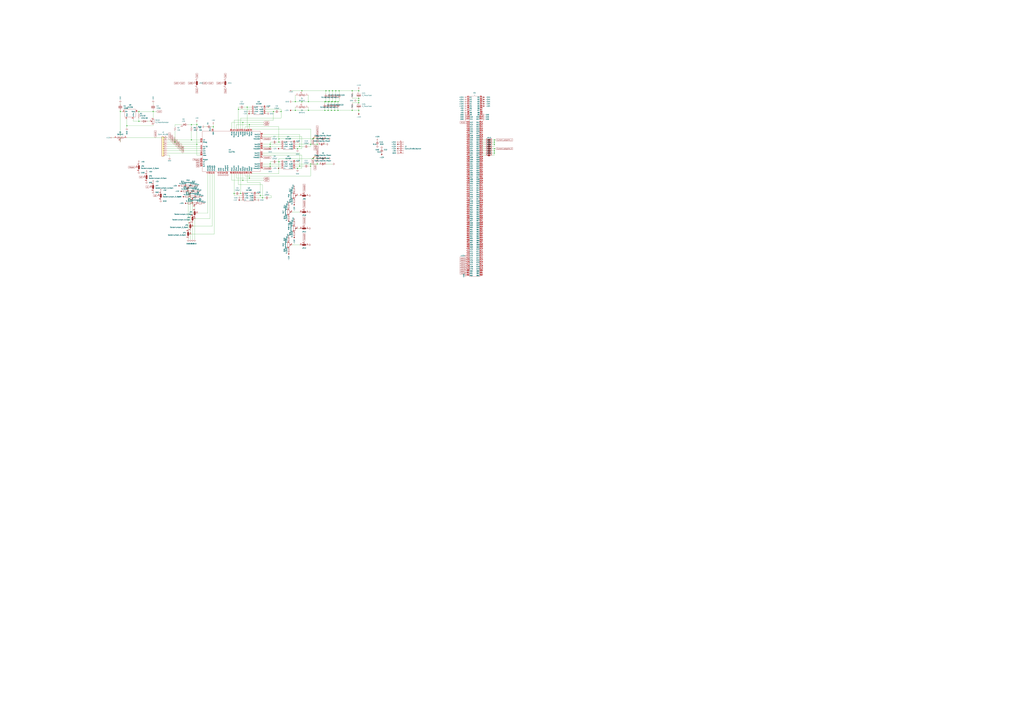
<source format=kicad_sch>
(kicad_sch (version 20231120) (generator "eeschema") (generator_version "8.0")
  (paper "A0")
  (lib_symbols
    (symbol "Connector:Conn_01x06_Socket" (pin_names (offset 1.016) hide)
      (property "Reference" "J" (at 0 7.62 0))
      (property "Value" "Conn_01x06_Socket" (at 0 -10.16 0))
      (symbol "Conn_01x06_Socket_1_1"
        (pin passive line (at -5.08 5.08 0) (length 3.81) (name "Pin_1") (number "1"))
        (pin passive line (at -5.08 2.54 0) (length 3.81) (name "Pin_2") (number "2"))
        (pin passive line (at -5.08 0 0) (length 3.81) (name "Pin_3") (number "3"))
        (pin passive line (at -5.08 -2.54 0) (length 3.81) (name "Pin_4") (number "4"))
        (pin passive line (at -5.08 -5.08 0) (length 3.81) (name "Pin_5") (number "5"))
        (pin passive line (at -5.08 -7.62 0) (length 3.81) (name "Pin_6") (number "6"))
      )
    )
    (symbol "Connector:Conn_Coaxial_Power" (pin_names (offset 1.016) hide)
      (property "Reference" "J" (at -5.08 -1.27 90))
      (property "Value" "Conn_Coaxial_Power" (at -3.175 -1.27 90))
      (symbol "Conn_Coaxial_Power_1_1"
        (pin passive line (at 0 2.54 270) (length 2.54) (name "In") (number "1"))
        (pin passive line (at 0 -5.08 90) (length 2.54) (name "Ext") (number "2"))
      )
    )
    (symbol "Connector:TestPoint_Probe" (pin_numbers hide) (pin_names (offset 0.762) hide)
      (property "Reference" "TP" (at 1.651 5.842 0))
      (property "Value" "TestPoint_Probe" (at 1.651 4.064 0))
      (symbol "TestPoint_Probe_1_1"
        (pin passive line (at 0 0 90) (length 0) (name "1") (number "1"))
      )
    )
    (symbol "Connector_Generic:Conn_01x09" (pin_names (offset 1.016) hide)
      (property "Reference" "J" (at 0 12.7 0))
      (property "Value" "Conn_01x09" (at 0 -12.7 0))
      (symbol "Conn_01x09_1_1"
        (pin passive line (at -5.08 10.16 0) (length 3.81) (name "Pin_1") (number "1"))
        (pin passive line (at -5.08 7.62 0) (length 3.81) (name "Pin_2") (number "2"))
        (pin passive line (at -5.08 5.08 0) (length 3.81) (name "Pin_3") (number "3"))
        (pin passive line (at -5.08 2.54 0) (length 3.81) (name "Pin_4") (number "4"))
        (pin passive line (at -5.08 0 0) (length 3.81) (name "Pin_5") (number "5"))
        (pin passive line (at -5.08 -2.54 0) (length 3.81) (name "Pin_6") (number "6"))
        (pin passive line (at -5.08 -5.08 0) (length 3.81) (name "Pin_7") (number "7"))
        (pin passive line (at -5.08 -7.62 0) (length 3.81) (name "Pin_8") (number "8"))
        (pin passive line (at -5.08 -10.16 0) (length 3.81) (name "Pin_9") (number "9"))
      )
    )
    (symbol "Device:C" (pin_numbers hide) (pin_names (offset 0.254))
      (property "Reference" "C" (at 0.635 2.54 0))
      (property "Value" "C" (at 0.635 -2.54 0))
      (symbol "C_1_1"
        (pin passive line (at 0 3.81 270) (length 2.794) (name "~") (number "1"))
        (pin passive line (at 0 -3.81 90) (length 2.794) (name "~") (number "2"))
      )
    )
    (symbol "Device:C_Polarized" (pin_numbers hide) (pin_names (offset 0.254))
      (property "Reference" "C" (at 0.635 2.54 0))
      (property "Value" "C_Polarized" (at 0.635 -2.54 0))
      (symbol "C_Polarized_1_1"
        (pin passive line (at 0 3.81 270) (length 2.794) (name "~") (number "1"))
        (pin passive line (at 0 -3.81 90) (length 2.794) (name "~") (number "2"))
      )
    )
    (symbol "Device:C_Small" (pin_numbers hide) (pin_names (offset 0.254) hide)
      (property "Reference" "C" (at 0.254 1.778 0))
      (property "Value" "C_Small" (at 0.254 -2.032 0))
      (symbol "C_Small_1_1"
        (pin passive line (at 0 2.54 270) (length 2.032) (name "~") (number "1"))
        (pin passive line (at 0 -2.54 90) (length 2.032) (name "~") (number "2"))
      )
    )
    (symbol "Device:LED" (pin_numbers hide) (pin_names (offset 1.016) hide)
      (property "Reference" "D" (at 0 2.54 0))
      (property "Value" "LED" (at 0 -2.54 0))
      (symbol "LED_1_1"
        (pin passive line (at -3.81 0 0) (length 2.54) (name "K") (number "1"))
        (pin passive line (at 3.81 0 180) (length 2.54) (name "A") (number "2"))
      )
    )
    (symbol "Device:R_Potentiometer" (pin_names (offset 1.016) hide)
      (property "Reference" "RV" (at -4.445 0 90))
      (property "Value" "R_Potentiometer" (at -2.54 0 90))
      (symbol "R_Potentiometer_1_1"
        (pin passive line (at 0 3.81 270) (length 1.27) (name "1") (number "1"))
        (pin passive line (at 3.81 0 180) (length 1.27) (name "2") (number "2"))
        (pin passive line (at 0 -3.81 90) (length 1.27) (name "3") (number "3"))
      )
    )
    (symbol "Device:R_Small" (pin_numbers hide) (pin_names (offset 0.254) hide)
      (property "Reference" "R" (at 0.762 0.508 0))
      (property "Value" "R_Small" (at 0.762 -1.016 0))
      (symbol "R_Small_1_1"
        (pin passive line (at 0 2.54 270) (length 0.762) (name "~") (number "1"))
        (pin passive line (at 0 -2.54 90) (length 0.762) (name "~") (number "2"))
      )
    )
    (symbol "Device:R_Small_US" (pin_numbers hide) (pin_names (offset 0.254) hide)
      (property "Reference" "R" (at 0.762 0.508 0))
      (property "Value" "R_Small_US" (at 0.762 -1.016 0))
      (symbol "R_Small_US_1_1"
        (pin passive line (at 0 2.54 270) (length 1.016) (name "~") (number "1"))
        (pin passive line (at 0 -2.54 90) (length 1.016) (name "~") (number "2"))
      )
    )
    (symbol "Device:R_US" (pin_numbers hide) (pin_names (offset 0))
      (property "Reference" "R" (at 2.54 0 90))
      (property "Value" "R_US" (at -2.54 0 90))
      (symbol "R_US_1_1"
        (pin passive line (at 0 3.81 270) (length 1.27) (name "~") (number "1"))
        (pin passive line (at 0 -3.81 90) (length 1.27) (name "~") (number "2"))
      )
    )
    (symbol "Diode:1N4148" (pin_numbers hide) (pin_names (offset 1.016) hide)
      (property "Reference" "D" (at 0 2.54 0))
      (property "Value" "1N4148" (at 0 -2.54 0))
      (symbol "1N4148_1_1"
        (pin passive line (at -3.81 0 0) (length 2.54) (name "K") (number "1"))
        (pin passive line (at 3.81 0 180) (length 2.54) (name "A") (number "2"))
      )
    )
    (symbol "Diode:BAT54C" (pin_names (offset 1.016))
      (property "Reference" "D" (at 0.635 -3.81 0))
      (property "Value" "BAT54C" (at -6.35 3.175 0))
      (symbol "BAT54C_1_1"
        (pin passive line (at -7.62 0 0) (length 3.81) (name "~") (number "1"))
        (pin passive line (at 7.62 0 180) (length 3.81) (name "~") (number "2"))
        (pin passive line (at 0 -5.08 90) (length 5.08) (name "~") (number "3"))
      )
    )
    (symbol "Jumper:SolderJumper_2_Open" (pin_names (offset 0) hide)
      (property "Reference" "JP" (at 0 2.032 0))
      (property "Value" "SolderJumper_2_Open" (at 0 -2.54 0))
      (symbol "SolderJumper_2_Open_1_1"
        (pin passive line (at -3.81 0 0) (length 2.54) (name "A") (number "1"))
        (pin passive line (at 3.81 0 180) (length 2.54) (name "B") (number "2"))
      )
    )
    (symbol "Jumper:SolderJumper_3_Open" (pin_names (offset 0) hide)
      (property "Reference" "JP" (at -2.54 -2.54 0))
      (property "Value" "SolderJumper_3_Open" (at 0 2.794 0))
      (symbol "SolderJumper_3_Open_1_1"
        (pin passive line (at -5.08 0 0) (length 2.54) (name "A") (number "1"))
        (pin passive line (at 0 -3.81 90) (length 2.54) (name "C") (number "2"))
        (pin passive line (at 5.08 0 180) (length 2.54) (name "B") (number "3"))
      )
    )
    (symbol "New_Library:lt1236"
      (property "Reference" "U" (at 0 0 0))
      (property "Value" "lt1236" (at 0 -2.54 0))
      (symbol "lt1236_0_0"
        (pin unspecified line (at -8.89 0 0) (length 2.54) (name "Vin") (number "2"))
        (pin unspecified line (at -3.81 -8.89 90) (length 2.54) (name "Gnd") (number "4"))
        (pin unspecified line (at 3.81 -8.89 90) (length 2.54) (name "trim") (number "5"))
        (pin unspecified line (at 8.89 0 180) (length 2.54) (name "Vout") (number "6"))
      )
    )
    (symbol "New_Library:lt1469"
      (property "Reference" "U" (at 0 0 0))
      (property "Value" "lt1469" (at 0 0 0))
      (symbol "lt1469_0_0"
        (pin unspecified line (at 0 0 0) (length 2.54) (name "outA") (number "1"))
        (pin unspecified line (at 0 -2.54 0) (length 2.54) (name "-inA") (number "2"))
        (pin unspecified line (at 0 -5.08 0) (length 2.54) (name "+inA") (number "3"))
        (pin unspecified line (at 0 -7.62 0) (length 2.54) (name "V-") (number "4"))
        (pin unspecified line (at 16.51 -7.62 180) (length 2.54) (name "+inB") (number "5"))
        (pin unspecified line (at 16.51 -5.08 180) (length 2.54) (name "-inB") (number "6"))
        (pin unspecified line (at 16.51 -2.54 180) (length 2.54) (name "outB") (number "7"))
        (pin unspecified line (at 16.51 0 180) (length 2.54) (name "V+") (number "8"))
      )
    )
    (symbol "New_Library:ltc2754"
      (property "Reference" "U?" (at 30.48 -59.6899 0))
      (property "Value" "ltc2754" (at 30.48 -62.2299 0))
      (symbol "ltc2754_0_0"
        (pin unspecified line (at 8.89 -92.71 90) (length 2.54) (name "GEadjA") (number "1"))
        (pin unspecified line (at 15.24 -40.64 270) (length 2.54) (name "VDD") (number "10"))
        (pin unspecified line (at 24.13 -92.71 90) (length 2.54) (name "GND") (number "11"))
        (pin unspecified line (at 72.39 -83.82 180) (length 2.54) (name "Iout2D") (number "12"))
        (pin unspecified line (at 41.91 -92.71 90) (length 2.54) (name "Rind") (number "13"))
        (pin unspecified line (at 16.51 -92.71 90) (length 2.54) (name "GEadjd") (number "14"))
        (pin unspecified line (at 44.45 -92.71 90) (length 2.54) (name "RcomD") (number "15"))
        (pin unspecified line (at 54.61 -92.71 90) (length 2.54) (name "refD") (number "16"))
        (pin unspecified line (at 57.15 -92.71 90) (length 2.54) (name "RofsD") (number "17"))
        (pin unspecified line (at 59.69 -92.71 90) (length 2.54) (name "RfbD") (number "18"))
        (pin unspecified line (at 72.39 -81.28 180) (length 2.54) (name "Iout1D") (number "19"))
        (pin unspecified line (at 41.91 -40.64 270) (length 2.54) (name "Rina") (number "2"))
        (pin unspecified line (at 72.39 -86.36 180) (length 2.54) (name "VosadjD") (number "20"))
        (pin unspecified line (at 72.39 -73.66 180) (length 2.54) (name "VosadjC") (number "21"))
        (pin unspecified line (at 72.39 -68.58 180) (length 2.54) (name "Iout1C") (number "22"))
        (pin unspecified line (at 52.07 -92.71 90) (length 2.54) (name "RfbC") (number "23"))
        (pin unspecified line (at 49.53 -92.71 90) (length 2.54) (name "RofsC") (number "24"))
        (pin unspecified line (at 46.99 -92.71 90) (length 2.54) (name "refC") (number "25"))
        (pin unspecified line (at 39.37 -92.71 90) (length 2.54) (name "RcomC") (number "26"))
        (pin unspecified line (at 13.97 -92.71 90) (length 2.54) (name "GEadjC") (number "27"))
        (pin unspecified line (at 36.83 -92.71 90) (length 2.54) (name "RinC") (number "28"))
        (pin unspecified line (at 72.39 -71.12 180) (length 2.54) (name "Iout2C") (number "29"))
        (pin unspecified line (at 72.39 -49.53 180) (length 2.54) (name "Iout2A") (number "3"))
        (pin unspecified line (at 0 -53.34 0) (length 2.54) (name "clr") (number "30"))
        (pin unspecified line (at 0 -55.88 0) (length 2.54) (name "Rflag") (number "31"))
        (pin unspecified line (at 0 -76.2 0) (length 2.54) (name "Mspan") (number "32"))
        (pin unspecified line (at 0 -83.82 0) (length 2.54) (name "s0") (number "33"))
        (pin unspecified line (at 0 -81.28 0) (length 2.54) (name "s1") (number "34"))
        (pin unspecified line (at 0 -78.74 0) (length 2.54) (name "s2") (number "35"))
        (pin unspecified line (at 0 -71.12 0) (length 2.54) (name "ldac") (number "36"))
        (pin unspecified line (at 26.67 -92.71 90) (length 2.54) (name "gnd") (number "37"))
        (pin unspecified line (at 72.39 -60.96 180) (length 2.54) (name "Iout2B") (number "38"))
        (pin unspecified line (at 36.83 -40.64 270) (length 2.54) (name "RinB") (number "39"))
        (pin unspecified line (at 21.59 -92.71 90) (length 2.54) (name "GND") (number "4"))
        (pin unspecified line (at 11.43 -92.71 90) (length 2.54) (name "GEadjB") (number "40"))
        (pin unspecified line (at 39.37 -40.64 270) (length 2.54) (name "RcomB") (number "41"))
        (pin unspecified line (at 46.99 -40.64 270) (length 2.54) (name "refB") (number "42"))
        (pin unspecified line (at 49.53 -40.64 270) (length 2.54) (name "RofsB") (number "43"))
        (pin unspecified line (at 52.07 -40.64 270) (length 2.54) (name "RfbB") (number "44"))
        (pin unspecified line (at 72.39 -58.42 180) (length 2.54) (name "Iout1B") (number "45"))
        (pin unspecified line (at 72.39 -63.5 180) (length 2.54) (name "VosadjB") (number "46"))
        (pin unspecified line (at 72.39 -52.07 180) (length 2.54) (name "VosadjA") (number "47"))
        (pin unspecified line (at 72.39 -46.99 180) (length 2.54) (name "Iout1A") (number "48"))
        (pin unspecified line (at 59.69 -40.64 270) (length 2.54) (name "RfbA") (number "49"))
        (pin unspecified line (at 0 -60.96 0) (length 2.54) (name "cs/ld") (number "5"))
        (pin unspecified line (at 57.15 -40.64 270) (length 2.54) (name "RofsA") (number "50"))
        (pin unspecified line (at 54.61 -40.64 270) (length 2.54) (name "refA") (number "51"))
        (pin unspecified line (at 44.45 -40.64 270) (length 2.54) (name "RcomA") (number "52"))
        (pin unspecified line (at 31.75 -92.71 90) (length 2.54) (name "padgnd") (number "53"))
        (pin unspecified line (at 0 -63.5 0) (length 2.54) (name "sdi") (number "6"))
        (pin unspecified line (at 0 -66.04 0) (length 2.54) (name "sck") (number "7"))
        (pin unspecified line (at 0 -68.58 0) (length 2.54) (name "sro") (number "8"))
        (pin unspecified line (at 29.21 -92.71 90) (length 2.54) (name "srognd") (number "9"))
      )
    )
    (symbol "power:+12V" (power) (pin_numbers hide) (pin_names (offset 0) hide)
      (property "Value" "+12V" (at 0 3.556 0))
      (symbol "+12V_1_1"
        (pin power_in line (at 0 0 90) (length 0) (name "~") (number "1"))
      )
    )
    (symbol "power:+15V" (power) (pin_names (offset 0))
      (property "Value" "+15V" (at 0 3.556 0))
      (symbol "+15V_1_1"
        (pin power_in line (at 0 0 90) (length 0) hide (name "+15V") (number "1"))
      )
    )
    (symbol "power:+24V" (power) (pin_numbers hide) (pin_names (offset 0) hide)
      (property "Value" "+24V" (at 0 3.556 0))
      (symbol "+24V_1_1"
        (pin power_in line (at 0 0 90) (length 0) (name "~") (number "1"))
      )
    )
    (symbol "power:+5V" (power) (pin_names (offset 0))
      (property "Value" "+5V" (at 0 3.556 0))
      (symbol "+5V_1_1"
        (pin power_in line (at 0 0 90) (length 0) hide (name "+5V") (number "1"))
      )
    )
    (symbol "power:-12V" (power) (pin_numbers hide) (pin_names (offset 0) hide)
      (property "Value" "-12V" (at 0 3.556 0))
      (symbol "-12V_0_0"
        (pin power_in line (at 0 0 90) (length 0) (name "~") (number "1"))
      )
    )
    (symbol "power:-15V" (power) (pin_names (offset 0))
      (property "Value" "-15V" (at 0 3.81 0))
      (symbol "-15V_0_0"
        (pin power_in line (at 0 0 90) (length 0) hide (name "-15V") (number "1"))
      )
    )
    (symbol "power:-24V" (power) (pin_numbers hide) (pin_names (offset 0) hide)
      (property "Value" "-24V" (at 0 3.556 0))
      (symbol "-24V_0_0"
        (pin power_in line (at 0 0 90) (length 0) (name "~") (number "1"))
      )
    )
    (symbol "power:GND" (power) (pin_names (offset 0))
      (property "Value" "GND" (at 0 -3.81 0))
      (symbol "GND_1_1"
        (pin power_in line (at 0 0 270) (length 0) hide (name "GND") (number "1"))
      )
    )
    (symbol "vac_cont_lib:pcie_x16"
      (property "Reference" "E1" (at 3.81 2.54 0))
      (property "Value" "~" (at 3.81 0 0))
      (symbol "pcie_x16_1_1"
        (pin input line (at -5.08 -2.54 0) (length 2.54) (name "A1") (number "A1"))
        (pin input line (at -5.08 -25.4 0) (length 2.54) (name "A10") (number "A10"))
        (pin input line (at -5.08 -27.94 0) (length 2.54) (name "A11") (number "A11"))
        (pin input line (at -5.08 -31.75 0) (length 2.54) (name "A12") (number "A12"))
        (pin input line (at -5.08 -34.29 0) (length 2.54) (name "A13") (number "A13"))
        (pin input line (at -5.08 -36.83 0) (length 2.54) (name "A14") (number "A14"))
        (pin input line (at -5.08 -39.37 0) (length 2.54) (name "A15") (number "A15"))
        (pin input line (at -5.08 -41.91 0) (length 2.54) (name "A16") (number "A16"))
        (pin input line (at -5.08 -44.45 0) (length 2.54) (name "A17") (number "A17"))
        (pin input line (at -5.08 -46.99 0) (length 2.54) (name "A18") (number "A18"))
        (pin input line (at -5.08 -49.53 0) (length 2.54) (name "A19") (number "A19"))
        (pin input line (at -5.08 -5.08 0) (length 2.54) (name "A2") (number "A2"))
        (pin input line (at -5.08 -52.07 0) (length 2.54) (name "A20") (number "A20"))
        (pin input line (at -5.08 -54.61 0) (length 2.54) (name "A21") (number "A21"))
        (pin input line (at -5.08 -57.15 0) (length 2.54) (name "A22") (number "A22"))
        (pin input line (at -5.08 -59.69 0) (length 2.54) (name "A23") (number "A23"))
        (pin input line (at -5.08 -62.23 0) (length 2.54) (name "A24") (number "A24"))
        (pin input line (at -5.08 -64.77 0) (length 2.54) (name "A25") (number "A25"))
        (pin input line (at -5.08 -67.31 0) (length 2.54) (name "A26") (number "A26"))
        (pin input line (at -5.08 -69.85 0) (length 2.54) (name "A27") (number "A27"))
        (pin input line (at -5.08 -72.39 0) (length 2.54) (name "A28") (number "A28"))
        (pin input line (at -5.08 -74.93 0) (length 2.54) (name "A29") (number "A29"))
        (pin input line (at -5.08 -7.62 0) (length 2.54) (name "A3") (number "A3"))
        (pin input line (at -5.08 -77.47 0) (length 2.54) (name "A30") (number "A30"))
        (pin input line (at -5.08 -80.01 0) (length 2.54) (name "A31") (number "A31"))
        (pin input line (at -5.08 -82.55 0) (length 2.54) (name "A32") (number "A32"))
        (pin input line (at -5.08 -85.09 0) (length 2.54) (name "A33") (number "A33"))
        (pin input line (at -5.08 -87.63 0) (length 2.54) (name "A34") (number "A34"))
        (pin input line (at -5.08 -90.17 0) (length 2.54) (name "A35") (number "A35"))
        (pin input line (at -5.08 -92.71 0) (length 2.54) (name "A36") (number "A36"))
        (pin input line (at -5.08 -95.25 0) (length 2.54) (name "A37") (number "A37"))
        (pin input line (at -5.08 -97.79 0) (length 2.54) (name "A38") (number "A38"))
        (pin input line (at -5.08 -100.33 0) (length 2.54) (name "A39") (number "A39"))
        (pin input line (at -5.08 -10.16 0) (length 2.54) (name "A4") (number "A4"))
        (pin input line (at -5.08 -102.87 0) (length 2.54) (name "A40") (number "A40"))
        (pin input line (at -5.08 -105.41 0) (length 2.54) (name "A41") (number "A41"))
        (pin input line (at -5.08 -107.95 0) (length 2.54) (name "A42") (number "A42"))
        (pin input line (at -5.08 -110.49 0) (length 2.54) (name "A43") (number "A43"))
        (pin input line (at -5.08 -113.03 0) (length 2.54) (name "A44") (number "A44"))
        (pin input line (at -5.08 -115.57 0) (length 2.54) (name "A45") (number "A45"))
        (pin input line (at -5.08 -118.11 0) (length 2.54) (name "A46") (number "A46"))
        (pin input line (at -5.08 -120.65 0) (length 2.54) (name "A47") (number "A47"))
        (pin input line (at -5.08 -123.19 0) (length 2.54) (name "A48") (number "A48"))
        (pin input line (at -5.08 -125.73 0) (length 2.54) (name "A49") (number "A49"))
        (pin input line (at -5.08 -12.7 0) (length 2.54) (name "A5") (number "A5"))
        (pin input line (at -5.08 -128.27 0) (length 2.54) (name "A50") (number "A50"))
        (pin input line (at -5.08 -130.81 0) (length 2.54) (name "A51") (number "A51"))
        (pin input line (at -5.08 -133.35 0) (length 2.54) (name "A52") (number "A52"))
        (pin input line (at -5.08 -135.89 0) (length 2.54) (name "A53") (number "A53"))
        (pin input line (at -5.08 -138.43 0) (length 2.54) (name "A54") (number "A54"))
        (pin input line (at -5.08 -140.97 0) (length 2.54) (name "A55") (number "A55"))
        (pin input line (at -5.08 -143.51 0) (length 2.54) (name "A56") (number "A56"))
        (pin input line (at -5.08 -146.05 0) (length 2.54) (name "A57") (number "A57"))
        (pin input line (at -5.08 -148.59 0) (length 2.54) (name "A58") (number "A58"))
        (pin input line (at -5.08 -151.13 0) (length 2.54) (name "A59") (number "A59"))
        (pin input line (at -5.08 -15.24 0) (length 2.54) (name "A6") (number "A6"))
        (pin input line (at -5.08 -153.67 0) (length 2.54) (name "A60") (number "A60"))
        (pin input line (at -5.08 -156.21 0) (length 2.54) (name "A61") (number "A61"))
        (pin input line (at -5.08 -158.75 0) (length 2.54) (name "A62") (number "A62"))
        (pin input line (at -5.08 -161.29 0) (length 2.54) (name "A63") (number "A63"))
        (pin input line (at -5.08 -163.83 0) (length 2.54) (name "A64") (number "A64"))
        (pin input line (at -5.08 -166.37 0) (length 2.54) (name "A65") (number "A65"))
        (pin input line (at -5.08 -168.91 0) (length 2.54) (name "A66") (number "A66"))
        (pin input line (at -5.08 -171.45 0) (length 2.54) (name "A67") (number "A67"))
        (pin input line (at -5.08 -173.99 0) (length 2.54) (name "A68") (number "A68"))
        (pin input line (at -5.08 -176.53 0) (length 2.54) (name "A69") (number "A69"))
        (pin input line (at -5.08 -17.78 0) (length 2.54) (name "A7") (number "A7"))
        (pin input line (at -5.08 -179.07 0) (length 2.54) (name "A70") (number "A70"))
        (pin input line (at -5.08 -181.61 0) (length 2.54) (name "A71") (number "A71"))
        (pin input line (at -5.08 -184.15 0) (length 2.54) (name "A72") (number "A72"))
        (pin input line (at -5.08 -186.69 0) (length 2.54) (name "A73") (number "A73"))
        (pin input line (at -5.08 -189.23 0) (length 2.54) (name "A74") (number "A74"))
        (pin input line (at -5.08 -191.77 0) (length 2.54) (name "A75") (number "A75"))
        (pin input line (at -5.08 -194.31 0) (length 2.54) (name "A76") (number "A76"))
        (pin input line (at -5.08 -196.85 0) (length 2.54) (name "A77") (number "A77"))
        (pin input line (at -5.08 -199.39 0) (length 2.54) (name "A78") (number "A78"))
        (pin input line (at -5.08 -201.93 0) (length 2.54) (name "A79") (number "A79"))
        (pin input line (at -5.08 -20.32 0) (length 2.54) (name "A8") (number "A8"))
        (pin input line (at -5.08 -204.47 0) (length 2.54) (name "A80") (number "A80"))
        (pin input line (at -5.08 -207.01 0) (length 2.54) (name "A81") (number "A81"))
        (pin input line (at -5.08 -209.55 0) (length 2.54) (name "A82") (number "A82"))
        (pin input line (at -5.08 -22.86 0) (length 2.54) (name "A9") (number "A9"))
        (pin input line (at 12.7 -2.54 180) (length 2.54) (name "B1") (number "B1"))
        (pin input line (at 12.7 -25.4 180) (length 2.54) (name "B10") (number "B10"))
        (pin input line (at 12.7 -27.94 180) (length 2.54) (name "B11") (number "B11"))
        (pin input line (at 12.7 -31.75 180) (length 2.54) (name "B12") (number "B12"))
        (pin input line (at 12.7 -34.29 180) (length 2.54) (name "B13") (number "B13"))
        (pin input line (at 12.7 -36.83 180) (length 2.54) (name "B14") (number "B14"))
        (pin input line (at 12.7 -39.37 180) (length 2.54) (name "B15") (number "B15"))
        (pin input line (at 12.7 -41.91 180) (length 2.54) (name "B16") (number "B16"))
        (pin input line (at 12.7 -44.45 180) (length 2.54) (name "B17") (number "B17"))
        (pin input line (at 12.7 -46.99 180) (length 2.54) (name "B18") (number "B18"))
        (pin input line (at 12.7 -49.53 180) (length 2.54) (name "B19") (number "B19"))
        (pin input line (at 12.7 -5.08 180) (length 2.54) (name "B2") (number "B2"))
        (pin input line (at 12.7 -52.07 180) (length 2.54) (name "B20") (number "B20"))
        (pin input line (at 12.7 -54.61 180) (length 2.54) (name "B21") (number "B21"))
        (pin input line (at 12.7 -57.15 180) (length 2.54) (name "B22") (number "B22"))
        (pin input line (at 12.7 -59.69 180) (length 2.54) (name "B23") (number "B23"))
        (pin input line (at 12.7 -62.23 180) (length 2.54) (name "B24") (number "B24"))
        (pin input line (at 12.7 -64.77 180) (length 2.54) (name "B25") (number "B25"))
        (pin input line (at 12.7 -67.31 180) (length 2.54) (name "B26") (number "B26"))
        (pin input line (at 12.7 -69.85 180) (length 2.54) (name "B27") (number "B27"))
        (pin input line (at 12.7 -72.39 180) (length 2.54) (name "B28") (number "B28"))
        (pin input line (at 12.7 -74.93 180) (length 2.54) (name "B29") (number "B29"))
        (pin input line (at 12.7 -7.62 180) (length 2.54) (name "B3") (number "B3"))
        (pin input line (at 12.7 -77.47 180) (length 2.54) (name "B30") (number "B30"))
        (pin input line (at 12.7 -80.01 180) (length 2.54) (name "B31") (number "B31"))
        (pin input line (at 12.7 -82.55 180) (length 2.54) (name "B32") (number "B32"))
        (pin input line (at 12.7 -85.09 180) (length 2.54) (name "B33") (number "B33"))
        (pin input line (at 12.7 -87.63 180) (length 2.54) (name "B34") (number "B34"))
        (pin input line (at 12.7 -90.17 180) (length 2.54) (name "B35") (number "B35"))
        (pin input line (at 12.7 -92.71 180) (length 2.54) (name "B36") (number "B36"))
        (pin input line (at 12.7 -95.25 180) (length 2.54) (name "B37") (number "B37"))
        (pin input line (at 12.7 -97.79 180) (length 2.54) (name "B38") (number "B38"))
        (pin input line (at 12.7 -100.33 180) (length 2.54) (name "B39") (number "B39"))
        (pin input line (at 12.7 -10.16 180) (length 2.54) (name "B4") (number "B4"))
        (pin input line (at 12.7 -102.87 180) (length 2.54) (name "B40") (number "B40"))
        (pin input line (at 12.7 -105.41 180) (length 2.54) (name "B41") (number "B41"))
        (pin input line (at 12.7 -107.95 180) (length 2.54) (name "B42") (number "B42"))
        (pin input line (at 12.7 -110.49 180) (length 2.54) (name "B43") (number "B43"))
        (pin input line (at 12.7 -113.03 180) (length 2.54) (name "B44") (number "B44"))
        (pin input line (at 12.7 -115.57 180) (length 2.54) (name "B45") (number "B45"))
        (pin input line (at 12.7 -118.11 180) (length 2.54) (name "B46") (number "B46"))
        (pin input line (at 12.7 -120.65 180) (length 2.54) (name "B47") (number "B47"))
        (pin input line (at 12.7 -123.19 180) (length 2.54) (name "B48") (number "B48"))
        (pin input line (at 12.7 -125.73 180) (length 2.54) (name "B49") (number "B49"))
        (pin input line (at 12.7 -12.7 180) (length 2.54) (name "B5") (number "B5"))
        (pin input line (at 12.7 -128.27 180) (length 2.54) (name "B50") (number "B50"))
        (pin input line (at 12.7 -130.81 180) (length 2.54) (name "B51") (number "B51"))
        (pin input line (at 12.7 -133.35 180) (length 2.54) (name "B52") (number "B52"))
        (pin input line (at 12.7 -135.89 180) (length 2.54) (name "B53") (number "B53"))
        (pin input line (at 12.7 -138.43 180) (length 2.54) (name "B54") (number "B54"))
        (pin input line (at 12.7 -140.97 180) (length 2.54) (name "B55") (number "B55"))
        (pin input line (at 12.7 -143.51 180) (length 2.54) (name "B56") (number "B56"))
        (pin input line (at 12.7 -146.05 180) (length 2.54) (name "B57") (number "B57"))
        (pin input line (at 12.7 -148.59 180) (length 2.54) (name "B58") (number "B58"))
        (pin input line (at 12.7 -151.13 180) (length 2.54) (name "B59") (number "B59"))
        (pin input line (at 12.7 -15.24 180) (length 2.54) (name "B6") (number "B6"))
        (pin input line (at 12.7 -153.67 180) (length 2.54) (name "B60") (number "B60"))
        (pin input line (at 12.7 -156.21 180) (length 2.54) (name "B61") (number "B61"))
        (pin input line (at 12.7 -158.75 180) (length 2.54) (name "B62") (number "B62"))
        (pin input line (at 12.7 -161.29 180) (length 2.54) (name "B63") (number "B63"))
        (pin input line (at 12.7 -163.83 180) (length 2.54) (name "B64") (number "B64"))
        (pin input line (at 12.7 -166.37 180) (length 2.54) (name "B65") (number "B65"))
        (pin input line (at 12.7 -168.91 180) (length 2.54) (name "B66") (number "B66"))
        (pin input line (at 12.7 -171.45 180) (length 2.54) (name "B67") (number "B67"))
        (pin input line (at 12.7 -173.99 180) (length 2.54) (name "B68") (number "B68"))
        (pin input line (at 12.7 -176.53 180) (length 2.54) (name "B69") (number "B69"))
        (pin input line (at 12.7 -17.78 180) (length 2.54) (name "B7") (number "B7"))
        (pin input line (at 12.7 -179.07 180) (length 2.54) (name "B70") (number "B70"))
        (pin input line (at 12.7 -181.61 180) (length 2.54) (name "B71") (number "B71"))
        (pin input line (at 12.7 -184.15 180) (length 2.54) (name "B72") (number "B72"))
        (pin input line (at 12.7 -186.69 180) (length 2.54) (name "B73") (number "B73"))
        (pin input line (at 12.7 -189.23 180) (length 2.54) (name "B74") (number "B74"))
        (pin input line (at 12.7 -191.77 180) (length 2.54) (name "B75") (number "B75"))
        (pin input line (at 12.7 -194.31 180) (length 2.54) (name "B76") (number "B76"))
        (pin input line (at 12.7 -196.85 180) (length 2.54) (name "B77") (number "B77"))
        (pin input line (at 12.7 -199.39 180) (length 2.54) (name "B78") (number "B78"))
        (pin input line (at 12.7 -201.93 180) (length 2.54) (name "B79") (number "B79"))
        (pin input line (at 12.7 -20.32 180) (length 2.54) (name "B8") (number "B8"))
        (pin input line (at 12.7 -204.47 180) (length 2.54) (name "B80") (number "B80"))
        (pin input line (at 12.7 -207.01 180) (length 2.54) (name "B81") (number "B81"))
        (pin input line (at 12.7 -209.55 180) (length 2.54) (name "B82") (number "B82"))
        (pin input line (at 12.7 -22.86 180) (length 2.54) (name "B9") (number "B9"))
      )
    )
  )
  (junction (at 574.04 162.56))
  (junction (at 574.04 175.26))
  (junction (at 574.04 172.72))
  (junction (at 386.08 118.11))
  (junction (at 360.68 193.04))
  (junction (at 228.6 167.64))
  (junction (at 342.9 128.27))
  (junction (at 382.27 105.41))
  (junction (at 302.26 227.33))
  (junction (at 276.86 127))
  (junction (at 386.08 105.41))
  (junction (at 388.62 118.11))
  (junction (at 271.78 224.79))
  (junction (at 416.56 114.3))
  (junction (at 147.32 146.05))
  (junction (at 161.29 140.97))
  (junction (at 203.2 165.1))
  (junction (at 384.81 128.27))
  (junction (at 416.56 128.27))
  (junction (at 228.6 144.78))
  (junction (at 289.56 207.01))
  (junction (at 317.5 129.54))
  (junction (at 304.8 229.87))
  (junction (at 377.19 128.27))
  (junction (at 382.27 118.11))
  (junction (at 574.04 167.64))
  (junction (at 323.85 165.1))
  (junction (at 281.94 209.55))
  (junction (at 408.94 105.41))
  (junction (at 388.62 128.27))
  (junction (at 326.39 129.54))
  (junction (at 393.7 105.41))
  (junction (at 247.65 147.32))
  (junction (at 378.46 118.11))
  (junction (at 416.56 119.38))
  (junction (at 222.25 144.78))
  (junction (at 389.89 105.41))
  (junction (at 313.69 167.64))
  (junction (at 350.52 105.41))
  (junction (at 408.94 128.27))
  (junction (at 368.3 167.64))
  (junction (at 161.29 129.54))
  (junction (at 287.02 124.46))
  (junction (at 360.68 190.5))
  (junction (at 392.43 128.27))
  (junction (at 363.22 184.15))
  (junction (at 347.98 170.18))
  (junction (at 222.25 162.56))
  (junction (at 377.19 118.11))
  (junction (at 574.04 177.8))
  (junction (at 360.68 167.64))
  (junction (at 350.52 118.11))
  (junction (at 363.22 161.29))
  (junction (at 368.3 190.5))
  (junction (at 313.69 170.18))
  (junction (at 389.89 118.11))
  (junction (at 378.46 105.41))
  (junction (at 313.69 190.5))
  (junction (at 323.85 161.29))
  (junction (at 416.56 105.41))
  (junction (at 139.7 129.54))
  (junction (at 313.69 193.04))
  (junction (at 342.9 118.11))
  (junction (at 347.98 193.04))
  (junction (at 289.56 144.78))
  (junction (at 381 118.11))
  (junction (at 384.81 118.11))
  (junction (at 392.43 118.11))
  (junction (at 281.94 142.24))
  (junction (at 279.4 224.79))
  (junction (at 381 128.27))
  (junction (at 574.04 165.1))
  (junction (at 358.14 128.27))
  (junction (at 416.56 116.84))
  (junction (at 345.44 172.72))
  (junction (at 345.44 195.58))
  (junction (at 177.8 129.54))
  (junction (at 358.14 118.11))
  (junction (at 323.85 187.96))
  (wire (pts (xy 389.89 105.41) (xy 389.89 109.22)))
  (wire (pts (xy 223.52 232.41) (xy 223.52 248.92)))
  (wire (pts (xy 326.39 137.16) (xy 326.39 129.54)))
  (wire (pts (xy 339.09 105.41) (xy 350.52 105.41)))
  (wire (pts (xy 196.85 180.34) (xy 196.85 182.88)))
  (wire (pts (xy 279.4 137.16) (xy 326.39 137.16)))
  (wire (pts (xy 342.9 124.46) (xy 342.9 128.27)))
  (wire (pts (xy 280.67 227.33) (xy 271.78 227.33)))
  (wire (pts (xy 304.8 229.87) (xy 297.18 229.87)))
  (wire (pts (xy 323.85 165.1) (xy 323.85 161.29)))
  (wire (pts (xy 248.92 201.93) (xy 248.92 271.78)))
  (wire (pts (xy 574.04 175.26) (xy 574.04 172.72)))
  (wire (pts (xy 326.39 165.1) (xy 323.85 165.1)))
  (wire (pts (xy 342.9 165.1) (xy 344.17 165.1)))
  (wire (pts (xy 246.38 262.89) (xy 224.79 262.89)))
  (wire (pts (xy 386.08 118.11) (xy 388.62 118.11)))
  (wire (pts (xy 368.3 166.37) (xy 368.3 167.64)))
  (wire (pts (xy 292.1 201.93) (xy 323.85 201.93)))
  (wire (pts (xy 284.48 147.32) (xy 323.85 147.32)))
  (wire (pts (xy 350.52 118.11) (xy 358.14 118.11)))
  (wire (pts (xy 247.65 147.32) (xy 247.65 149.86)))
  (wire (pts (xy 147.32 138.43) (xy 147.32 146.05)))
  (wire (pts (xy 222.25 162.56) (xy 232.41 162.56)))
  (wire (pts (xy 177.8 129.54) (xy 181.61 129.54)))
  (wire (pts (xy 377.19 167.64) (xy 378.46 167.64)))
  (wire (pts (xy 278.13 224.79) (xy 279.4 224.79)))
  (wire (pts (xy 241.3 201.93) (xy 241.3 247.65)))
  (wire (pts (xy 571.5 167.64) (xy 574.04 167.64)))
  (wire (pts (xy 269.24 142.24) (xy 281.94 142.24)))
  (wire (pts (xy 350.52 158.75) (xy 350.52 172.72)))
  (wire (pts (xy 389.89 105.41) (xy 393.7 105.41)))
  (wire (pts (xy 339.09 128.27) (xy 342.9 128.27)))
  (wire (pts (xy 304.8 158.75) (xy 350.52 158.75)))
  (wire (pts (xy 382.27 118.11) (xy 384.81 118.11)))
  (wire (pts (xy 228.6 152.4) (xy 228.6 167.64)))
  (wire (pts (xy 563.88 177.8) (xy 560.07 177.8)))
  (wire (pts (xy 304.8 214.63) (xy 304.8 229.87)))
  (wire (pts (xy 154.94 140.97) (xy 154.94 138.43)))
  (wire (pts (xy 392.43 118.11) (xy 393.7 118.11)))
  (wire (pts (xy 302.26 227.33) (xy 297.18 227.33)))
  (wire (pts (xy 353.06 170.18) (xy 347.98 170.18)))
  (wire (pts (xy 563.88 172.72) (xy 560.07 172.72)))
  (wire (pts (xy 218.44 219.71) (xy 218.44 266.7)))
  (wire (pts (xy 382.27 105.41) (xy 386.08 105.41)))
  (wire (pts (xy 325.12 195.58) (xy 326.39 195.58)))
  (wire (pts (xy 381 118.11) (xy 381 120.65)))
  (wire (pts (xy 571.5 177.8) (xy 574.04 177.8)))
  (wire (pts (xy 323.85 187.96) (xy 323.85 184.15)))
  (wire (pts (xy 274.32 207.01) (xy 289.56 207.01)))
  (wire (pts (xy 317.5 129.54) (xy 308.61 129.54)))
  (wire (pts (xy 284.48 204.47) (xy 360.68 204.47)))
  (wire (pts (xy 279.4 201.93) (xy 279.4 224.79)))
  (wire (pts (xy 416.56 114.3) (xy 416.56 116.84)))
  (wire (pts (xy 563.88 165.1) (xy 560.07 165.1)))
  (wire (pts (xy 289.56 144.78) (xy 306.07 144.78)))
  (wire (pts (xy 226.06 240.03) (xy 226.06 242.57)))
  (wire (pts (xy 408.94 105.41) (xy 408.94 106.68)))
  (wire (pts (xy 575.31 172.72) (xy 574.04 172.72)))
  (wire (pts (xy 313.69 193.04) (xy 313.69 194.31)))
  (wire (pts (xy 347.98 193.04) (xy 353.06 193.04)))
  (wire (pts (xy 317.5 139.7) (xy 317.5 129.54)))
  (wire (pts (xy 408.94 114.3) (xy 416.56 114.3)))
  (wire (pts (xy 278.13 124.46) (xy 276.86 124.46)))
  (wire (pts (xy 161.29 140.97) (xy 163.83 140.97)))
  (wire (pts (xy 347.98 177.8) (xy 347.98 193.04)))
  (wire (pts (xy 360.68 149.86) (xy 360.68 167.64)))
  (wire (pts (xy 369.57 167.64) (xy 368.3 167.64)))
  (wire (pts (xy 345.44 172.72) (xy 350.52 172.72)))
  (wire (pts (xy 414.02 116.84) (xy 416.56 116.84)))
  (wire (pts (xy 384.81 128.27) (xy 388.62 128.27)))
  (wire (pts (xy 345.44 195.58) (xy 345.44 196.85)))
  (wire (pts (xy 147.32 160.02) (xy 194.31 160.02)))
  (wire (pts (xy 571.5 180.34) (xy 574.04 180.34)))
  (wire (pts (xy 384.81 125.73) (xy 384.81 128.27)))
  (wire (pts (xy 226.06 252.73) (xy 226.06 278.13)))
  (wire (pts (xy 378.46 190.5) (xy 386.08 190.5)))
  (wire (pts (xy 575.31 162.56) (xy 574.04 162.56)))
  (wire (pts (xy 203.2 144.78) (xy 203.2 147.32)))
  (wire (pts (xy 283.21 124.46) (xy 287.02 124.46)))
  (wire (pts (xy 194.31 172.72) (xy 232.41 172.72)))
  (wire (pts (xy 287.02 201.93) (xy 287.02 212.09)))
  (wire (pts (xy 194.31 177.8) (xy 232.41 177.8)))
  (wire (pts (xy 297.18 224.79) (xy 298.45 224.79)))
  (wire (pts (xy 313.69 187.96) (xy 313.69 190.5)))
  (wire (pts (xy 358.14 118.11) (xy 377.19 118.11)))
  (wire (pts (xy 279.4 232.41) (xy 280.67 232.41)))
  (wire (pts (xy 276.86 214.63) (xy 304.8 214.63)))
  (wire (pts (xy 574.04 167.64) (xy 574.04 165.1)))
  (wire (pts (xy 574.04 172.72) (xy 571.5 172.72)))
  (wire (pts (xy 203.2 152.4) (xy 203.2 165.1)))
  (wire (pts (xy 358.14 128.27) (xy 377.19 128.27)))
  (wire (pts (xy 287.02 124.46) (xy 287.02 149.86)))
  (wire (pts (xy 284.48 149.86) (xy 284.48 147.32)))
  (wire (pts (xy 377.19 128.27) (xy 381 128.27)))
  (wire (pts (xy 147.32 146.05) (xy 177.8 146.05)))
  (wire (pts (xy 563.88 175.26) (xy 560.07 175.26)))
  (wire (pts (xy 194.31 175.26) (xy 232.41 175.26)))
  (wire (pts (xy 574.04 177.8) (xy 574.04 175.26)))
  (wire (pts (xy 360.68 190.5) (xy 368.3 190.5)))
  (wire (pts (xy 245.11 147.32) (xy 247.65 147.32)))
  (wire (pts (xy 342.9 110.49) (xy 342.9 118.11)))
  (wire (pts (xy 342.9 167.64) (xy 360.68 167.64)))
  (wire (pts (xy 276.86 124.46) (xy 276.86 127)))
  (wire (pts (xy 279.4 229.87) (xy 280.67 229.87)))
  (wire (pts (xy 316.23 187.96) (xy 313.69 187.96)))
  (wire (pts (xy 139.7 128.27) (xy 139.7 129.54)))
  (wire (pts (xy 281.94 201.93) (xy 281.94 209.55)))
  (wire (pts (xy 360.68 193.04) (xy 360.68 190.5)))
  (wire (pts (xy 210.82 144.78) (xy 203.2 144.78)))
  (wire (pts (xy 378.46 105.41) (xy 378.46 109.22)))
  (wire (pts (xy 377.19 120.65) (xy 377.19 118.11)))
  (wire (pts (xy 220.98 267.97) (xy 220.98 278.13)))
  (wire (pts (xy 228.6 180.34) (xy 232.41 180.34)))
  (wire (pts (xy 289.56 201.93) (xy 289.56 207.01)))
  (wire (pts (xy 304.8 167.64) (xy 313.69 167.64)))
  (wire (pts (xy 248.92 271.78) (xy 222.25 271.78)))
  (wire (pts (xy 416.56 104.14) (xy 416.56 105.41)))
  (wire (pts (xy 360.68 204.47) (xy 360.68 193.04)))
  (wire (pts (xy 160.02 129.54) (xy 161.29 129.54)))
  (wire (pts (xy 304.8 190.5) (xy 313.69 190.5)))
  (wire (pts (xy 342.9 187.96) (xy 344.17 187.96)))
  (wire (pts (xy 274.32 144.78) (xy 289.56 144.78)))
  (wire (pts (xy 161.29 132.08) (xy 161.29 129.54)))
  (wire (pts (xy 177.8 137.16) (xy 177.8 129.54)))
  (wire (pts (xy 368.3 190.5) (xy 370.84 190.5)))
  (wire (pts (xy 571.5 170.18) (xy 574.04 170.18)))
  (wire (pts (xy 571.5 175.26) (xy 574.04 175.26)))
  (wire (pts (xy 139.7 129.54) (xy 139.7 165.1)))
  (wire (pts (xy 326.39 187.96) (xy 323.85 187.96)))
  (wire (pts (xy 287.02 124.46) (xy 292.1 124.46)))
  (wire (pts (xy 377.19 125.73) (xy 377.19 128.27)))
  (wire (pts (xy 274.32 201.93) (xy 274.32 207.01)))
  (wire (pts (xy 274.32 149.86) (xy 274.32 144.78)))
  (wire (pts (xy 381 125.73) (xy 381 128.27)))
  (wire (pts (xy 161.29 129.54) (xy 177.8 129.54)))
  (wire (pts (xy 304.8 193.04) (xy 313.69 193.04)))
  (wire (pts (xy 271.78 201.93) (xy 271.78 224.79)))
  (wire (pts (xy 563.88 170.18) (xy 560.07 170.18)))
  (wire (pts (xy 381 128.27) (xy 384.81 128.27)))
  (wire (pts (xy 304.8 180.34) (xy 350.52 180.34)))
  (wire (pts (xy 347.98 193.04) (xy 342.9 193.04)))
  (wire (pts (xy 347.98 170.18) (xy 342.9 170.18)))
  (wire (pts (xy 384.81 118.11) (xy 384.81 120.65)))
  (wire (pts (xy 147.32 146.05) (xy 147.32 148.59)))
  (wire (pts (xy 313.69 167.64) (xy 326.39 167.64)))
  (wire (pts (xy 339.09 118.11) (xy 342.9 118.11)))
  (wire (pts (xy 384.81 118.11) (xy 386.08 118.11)))
  (wire (pts (xy 360.68 167.64) (xy 368.3 167.64)))
  (wire (pts (xy 388.62 125.73) (xy 388.62 128.27)))
  (wire (pts (xy 308.61 124.46) (xy 309.88 124.46)))
  (wire (pts (xy 345.44 227.33) (xy 347.98 227.33)))
  (wire (pts (xy 378.46 114.3) (xy 378.46 118.11)))
  (wire (pts (xy 388.62 118.11) (xy 389.89 118.11)))
  (wire (pts (xy 339.09 284.48) (xy 347.98 284.48)))
  (wire (pts (xy 271.78 139.7) (xy 317.5 139.7)))
  (wire (pts (xy 228.6 144.78) (xy 228.6 147.32)))
  (wire (pts (xy 247.65 144.78) (xy 247.65 147.32)))
  (wire (pts (xy 408.94 128.27) (xy 416.56 128.27)))
  (wire (pts (xy 416.56 119.38) (xy 416.56 116.84)))
  (wire (pts (xy 177.8 144.78) (xy 177.8 146.05)))
  (wire (pts (xy 393.7 105.41) (xy 408.94 105.41)))
  (wire (pts (xy 313.69 190.5) (xy 326.39 190.5)))
  (wire (pts (xy 312.42 229.87) (xy 314.96 229.87)))
  (wire (pts (xy 269.24 209.55) (xy 269.24 201.93)))
  (wire (pts (xy 358.14 193.04) (xy 360.68 193.04)))
  (wire (pts (xy 360.68 167.64) (xy 360.68 170.18)))
  (wire (pts (xy 218.44 144.78) (xy 222.25 144.78)))
  (wire (pts (xy 392.43 128.27) (xy 408.94 128.27)))
  (wire (pts (xy 388.62 128.27) (xy 392.43 128.27)))
  (wire (pts (xy 339.09 246.38) (xy 347.98 246.38)))
  (wire (pts (xy 574.04 162.56) (xy 571.5 162.56)))
  (wire (pts (xy 276.86 127) (xy 276.86 149.86)))
  (wire (pts (xy 574.04 180.34) (xy 574.04 177.8)))
  (wire (pts (xy 297.18 232.41) (xy 298.45 232.41)))
  (wire (pts (xy 279.4 224.79) (xy 280.67 224.79)))
  (wire (pts (xy 363.22 161.29) (xy 370.84 161.29)))
  (wire (pts (xy 223.52 259.08) (xy 223.52 278.13)))
  (wire (pts (xy 269.24 149.86) (xy 269.24 142.24)))
  (wire (pts (xy 313.69 193.04) (xy 326.39 193.04)))
  (wire (pts (xy 574.04 170.18) (xy 574.04 167.64)))
  (wire (pts (xy 218.44 276.86) (xy 218.44 278.13)))
  (wire (pts (xy 323.85 147.32) (xy 323.85 161.29)))
  (wire (pts (xy 177.8 119.38) (xy 177.8 120.65)))
  (wire (pts (xy 130.81 160.02) (xy 132.08 160.02)))
  (wire (pts (xy 289.56 207.01) (xy 306.07 207.01)))
  (wire (pts (xy 161.29 140.97) (xy 154.94 140.97)))
  (wire (pts (xy 228.6 142.24) (xy 228.6 144.78)))
  (wire (pts (xy 139.7 129.54) (xy 142.24 129.54)))
  (wire (pts (xy 321.31 165.1) (xy 323.85 165.1)))
  (wire (pts (xy 563.88 162.56) (xy 560.07 162.56)))
  (wire (pts (xy 321.31 187.96) (xy 323.85 187.96)))
  (wire (pts (xy 345.44 172.72) (xy 345.44 173.99)))
  (wire (pts (xy 292.1 127) (xy 276.86 127)))
  (wire (pts (xy 323.85 161.29) (xy 363.22 161.29)))
  (wire (pts (xy 203.2 165.1) (xy 232.41 165.1)))
  (wire (pts (xy 317.5 129.54) (xy 318.77 129.54)))
  (wire (pts (xy 194.31 180.34) (xy 196.85 180.34)))
  (wire (pts (xy 269.24 209.55) (xy 281.94 209.55)))
  (wire (pts (xy 243.84 201.93) (xy 243.84 254)))
  (wire (pts (xy 308.61 127) (xy 326.39 127)))
  (wire (pts (xy 408.94 119.38) (xy 416.56 119.38)))
  (wire (pts (xy 271.78 224.79) (xy 273.05 224.79)))
  (wire (pts (xy 342.9 190.5) (xy 360.68 190.5)))
  (wire (pts (xy 342.9 118.11) (xy 350.52 118.11)))
  (wire (pts (xy 389.89 114.3) (xy 389.89 118.11)))
  (wire (pts (xy 304.8 229.87) (xy 307.34 229.87)))
  (wire (pts (xy 276.86 201.93) (xy 276.86 214.63)))
  (wire (pts (xy 416.56 105.41) (xy 416.56 106.68)))
  (wire (pts (xy 222.25 144.78) (xy 228.6 144.78)))
  (wire (pts (xy 171.45 140.97) (xy 173.99 140.97)))
  (wire (pts (xy 314.96 229.87) (xy 314.96 227.33)))
  (wire (pts (xy 392.43 125.73) (xy 392.43 128.27)))
  (wire (pts (xy 363.22 184.15) (xy 370.84 184.15)))
  (wire (pts (xy 389.89 118.11) (xy 392.43 118.11)))
  (wire (pts (xy 326.39 129.54) (xy 323.85 129.54)))
  (wire (pts (xy 161.29 137.16) (xy 161.29 140.97)))
  (wire (pts (xy 392.43 118.11) (xy 392.43 120.65)))
  (wire (pts (xy 313.69 165.1) (xy 313.69 167.64)))
  (wire (pts (xy 563.88 167.64) (xy 560.07 167.64)))
  (wire (pts (xy 408.94 128.27) (xy 408.94 127)))
  (wire (pts (xy 345.44 195.58) (xy 342.9 195.58)))
  (wire (pts (xy 304.8 170.18) (xy 313.69 170.18)))
  (wire (pts (xy 378.46 161.29) (xy 381 161.29)))
  (wire (pts (xy 325.12 172.72) (xy 326.39 172.72)))
  (wire (pts (xy 350.52 195.58) (xy 345.44 195.58)))
  (wire (pts (xy 393.7 114.3) (xy 393.7 118.11)))
  (wire (pts (xy 281.94 142.24) (xy 281.94 149.86)))
  (wire (pts (xy 220.98 226.06) (xy 220.98 257.81)))
  (wire (pts (xy 194.31 170.18) (xy 232.41 170.18)))
  (wire (pts (xy 313.69 170.18) (xy 326.39 170.18)))
  (wire (pts (xy 342.9 172.72) (xy 345.44 172.72)))
  (wire (pts (xy 350.52 105.41) (xy 378.46 105.41)))
  (wire (pts (xy 345.44 265.43) (xy 347.98 265.43)))
  (wire (pts (xy 377.19 118.11) (xy 378.46 118.11)))
  (wire (pts (xy 388.62 118.11) (xy 388.62 120.65)))
  (wire (pts (xy 237.49 147.32) (xy 240.03 147.32)))
  (wire (pts (xy 381 118.11) (xy 382.27 118.11)))
  (wire (pts (xy 342.9 128.27) (xy 358.14 128.27)))
  (wire (pts (xy 271.78 224.79) (xy 271.78 227.33)))
  (wire (pts (xy 350.52 180.34) (xy 350.52 195.58)))
  (wire (pts (xy 229.87 247.65) (xy 241.3 247.65)))
  (wire (pts (xy 386.08 105.41) (xy 386.08 109.22)))
  (wire (pts (xy 281.94 209.55) (xy 306.07 209.55)))
  (wire (pts (xy 139.7 119.38) (xy 139.7 120.65)))
  (wire (pts (xy 302.26 212.09) (xy 302.26 227.33)))
  (wire (pts (xy 347.98 156.21) (xy 347.98 170.18)))
  (wire (pts (xy 292.1 149.86) (xy 360.68 149.86)))
  (wire (pts (xy 571.5 165.1) (xy 574.04 165.1)))
  (wire (pts (xy 323.85 201.93) (xy 323.85 187.96)))
  (wire (pts (xy 279.4 149.86) (xy 279.4 137.16)))
  (wire (pts (xy 281.94 142.24) (xy 306.07 142.24)))
  (wire (pts (xy 393.7 105.41) (xy 393.7 109.22)))
  (wire (pts (xy 290.83 129.54) (xy 292.1 129.54)))
  (wire (pts (xy 246.38 201.93) (xy 246.38 262.89)))
  (wire (pts (xy 177.8 128.27) (xy 177.8 129.54)))
  (wire (pts (xy 382.27 114.3) (xy 382.27 118.11)))
  (wire (pts (xy 408.94 105.41) (xy 416.56 105.41)))
  (wire (pts (xy 222.25 144.78) (xy 222.25 147.32)))
  (wire (pts (xy 304.8 156.21) (xy 347.98 156.21)))
  (wire (pts (xy 574.04 165.1) (xy 574.04 162.56)))
  (wire (pts (xy 290.83 132.08) (xy 292.1 132.08)))
  (wire (pts (xy 284.48 201.93) (xy 284.48 204.47)))
  (wire (pts (xy 323.85 184.15) (xy 363.22 184.15)))
  (wire (pts (xy 358.14 170.18) (xy 360.68 170.18)))
  (wire (pts (xy 416.56 130.81) (xy 416.56 128.27)))
  (wire (pts (xy 313.69 170.18) (xy 313.69 171.45)))
  (wire (pts (xy 304.8 177.8) (xy 347.98 177.8)))
  (wire (pts (xy 386.08 114.3) (xy 386.08 118.11)))
  (wire (pts (xy 243.84 254) (xy 227.33 254)))
  (wire (pts (xy 289.56 144.78) (xy 289.56 149.86)))
  (wire (pts (xy 378.46 105.41) (xy 382.27 105.41)))
  (wire (pts (xy 308.61 132.08) (xy 309.88 132.08)))
  (wire (pts (xy 194.31 162.56) (xy 222.25 162.56)))
  (wire (pts (xy 378.46 118.11) (xy 381 118.11)))
  (wire (pts (xy 358.14 110.49) (xy 358.14 118.11)))
  (wire (pts (xy 368.3 189.23) (xy 368.3 190.5)))
  (wire (pts (xy 287.02 212.09) (xy 302.26 212.09)))
  (wire (pts (xy 314.96 227.33) (xy 302.26 227.33)))
  (wire (pts (xy 326.39 127) (xy 326.39 129.54)))
  (wire (pts (xy 194.31 167.64) (xy 228.6 167.64)))
  (wire (pts (xy 563.88 180.34) (xy 560.07 180.34)))
  (wire (pts (xy 271.78 149.86) (xy 271.78 139.7)))
  (wire (pts (xy 194.31 165.1) (xy 203.2 165.1)))
  (wire (pts (xy 416.56 128.27) (xy 416.56 127)))
  (wire (pts (xy 386.08 105.41) (xy 389.89 105.41)))
  (wire (pts (xy 228.6 167.64) (xy 228.6 180.34)))
  (wire (pts (xy 378.46 184.15) (xy 381 184.15)))
  (wire (pts (xy 222.25 152.4) (xy 222.25 162.56)))
  (wire (pts (xy 316.23 165.1) (xy 313.69 165.1)))
  (wire (pts (xy 350.52 118.11) (xy 350.52 119.38)))
  (wire (pts (xy 382.27 105.41) (xy 382.27 109.22)))
  (wire (pts (xy 358.14 128.27) (xy 358.14 124.46)))
  (global_label "Vref" (shape input) (at 208.28 96.52 0) (property "Intersheetrefs" "${INTERSHEET_REFS}" (effects (hide yes))))
  (global_label "conn6" (shape input) (at 542.29 312.42 180) (property "Intersheetrefs" "${INTERSHEET_REFS}" (effects (hide yes))))
  (global_label "refB" (shape input) (at 306.07 142.24 0) (property "Intersheetrefs" "${INTERSHEET_REFS}" (effects (hide yes))))
  (global_label "refC" (shape input) (at 241.3 96.52 180) (property "Intersheetrefs" "${INTERSHEET_REFS}" (effects (hide yes))))
  (global_label "conn7" (shape input) (at 209.55 175.26 90) (property "Intersheetrefs" "${INTERSHEET_REFS}" (effects (hide yes))))
  (global_label "VosadjD" (shape input) (at 304.8 195.58 0) (property "Intersheetrefs" "${INTERSHEET_REFS}" (effects (hide yes))))
  (global_label "RESET" (shape input) (at 542.29 142.24 180) (property "Intersheetrefs" "${INTERSHEET_REFS}" (effects (hide yes))))
  (global_label "refC" (shape input) (at 306.07 209.55 0) (property "Intersheetrefs" "${INTERSHEET_REFS}" (effects (hide yes))))
  (global_label "conn3" (shape input) (at 542.29 304.8 180) (property "Intersheetrefs" "${INTERSHEET_REFS}" (effects (hide yes))))
  (global_label "Current_setpoint_1" (shape input) (at 368.3 166.37 90) (property "Intersheetrefs" "${INTERSHEET_REFS}" (effects (hide yes))))
  (global_label "OutB" (shape input) (at 365.76 167.64 270) (property "Intersheetrefs" "${INTERSHEET_REFS}" (effects (hide yes))))
  (global_label "Current_setpoint_1" (shape input) (at 575.31 162.56 0) (property "Intersheetrefs" "${INTERSHEET_REFS}" (effects (hide yes))))
  (global_label "conn4" (shape input) (at 201.93 167.64 90) (property "Intersheetrefs" "${INTERSHEET_REFS}" (effects (hide yes))))
  (global_label "s0" (shape input) (at 182.88 227.33 180) (property "Intersheetrefs" "${INTERSHEET_REFS}" (effects (hide yes))))
  (global_label "conn8" (shape input) (at 212.09 177.8 90) (property "Intersheetrefs" "${INTERSHEET_REFS}" (effects (hide yes))))
  (global_label "refD" (shape input) (at 257.81 96.52 180) (property "Intersheetrefs" "${INTERSHEET_REFS}" (effects (hide yes))))
  (global_label "conn5" (shape input) (at 542.29 309.88 180) (property "Intersheetrefs" "${INTERSHEET_REFS}" (effects (hide yes))))
  (global_label "s1" (shape input) (at 232.41 190.5 180) (property "Intersheetrefs" "${INTERSHEET_REFS}" (effects (hide yes))))
  (global_label "s0" (shape input) (at 232.41 193.04 180) (property "Intersheetrefs" "${INTERSHEET_REFS}" (effects (hide yes))))
  (global_label "s1" (shape input) (at 173.99 217.17 180) (property "Intersheetrefs" "${INTERSHEET_REFS}" (effects (hide yes))))
  (global_label "VosadjA" (shape input) (at 353.06 223.52 90) (property "Intersheetrefs" "${INTERSHEET_REFS}" (effects (hide yes))))
  (global_label "conn1" (shape input) (at 180.34 160.02 90) (property "Intersheetrefs" "${INTERSHEET_REFS}" (effects (hide yes))))
  (global_label "s2" (shape input) (at 166.37 205.74 180) (property "Intersheetrefs" "${INTERSHEET_REFS}" (effects (hide yes))))
  (global_label "conn8" (shape input) (at 542.29 317.5 180) (property "Intersheetrefs" "${INTERSHEET_REFS}" (effects (hide yes))))
  (global_label "OutC" (shape input) (at 363.22 184.15 270) (property "Intersheetrefs" "${INTERSHEET_REFS}" (effects (hide yes))))
  (global_label "conn3" (shape input) (at 199.39 165.1 90) (property "Intersheetrefs" "${INTERSHEET_REFS}" (effects (hide yes))))
  (global_label "conn4" (shape input) (at 542.29 307.34 180) (property "Intersheetrefs" "${INTERSHEET_REFS}" (effects (hide yes))))
  (global_label "s2" (shape input) (at 232.41 187.96 180) (property "Intersheetrefs" "${INTERSHEET_REFS}" (effects (hide yes))))
  (global_label "VosadjB" (shape input) (at 353.06 242.57 90) (property "Intersheetrefs" "${INTERSHEET_REFS}" (effects (hide yes))))
  (global_label "Mspan" (shape input) (at 157.48 194.31 180) (property "Intersheetrefs" "${INTERSHEET_REFS}" (effects (hide yes))))
  (global_label "Current_setpoint_2" (shape input) (at 368.3 189.23 90) (property "Intersheetrefs" "${INTERSHEET_REFS}" (effects (hide yes))))
  (global_label "Vref" (shape input) (at 241.3 96.52 0) (property "Intersheetrefs" "${INTERSHEET_REFS}" (effects (hide yes))))
  (global_label "refA" (shape input) (at 208.28 96.52 180) (property "Intersheetrefs" "${INTERSHEET_REFS}" (effects (hide yes))))
  (global_label "Mspan" (shape input) (at 232.41 185.42 180) (property "Intersheetrefs" "${INTERSHEET_REFS}" (effects (hide yes))))
  (global_label "OutC" (shape input) (at 261.62 101.6 270) (property "Intersheetrefs" "${INTERSHEET_REFS}" (effects (hide yes))))
  (global_label "OutA" (shape input) (at 363.22 161.29 270) (property "Intersheetrefs" "${INTERSHEET_REFS}" (effects (hide yes))))
  (global_label "conn7" (shape input) (at 542.29 314.96 180) (property "Intersheetrefs" "${INTERSHEET_REFS}" (effects (hide yes))))
  (global_label "Current_setpoint_2" (shape input) (at 575.31 172.72 0) (property "Intersheetrefs" "${INTERSHEET_REFS}" (effects (hide yes))))
  (global_label "refD" (shape input) (at 306.07 207.01 0) (property "Intersheetrefs" "${INTERSHEET_REFS}" (effects (hide yes))))
  (global_label "VosadjB" (shape input) (at 304.8 172.72 0) (property "Intersheetrefs" "${INTERSHEET_REFS}" (effects (hide yes))))
  (global_label "Vref" (shape input) (at 228.6 91.44 90) (property "Intersheetrefs" "${INTERSHEET_REFS}" (effects (hide yes))))
  (global_label "conn1" (shape input) (at 542.29 299.72 180) (property "Intersheetrefs" "${INTERSHEET_REFS}" (effects (hide yes))))
  (global_label "conn6" (shape input) (at 207.01 172.72 90) (property "Intersheetrefs" "${INTERSHEET_REFS}" (effects (hide yes))))
  (global_label "refB" (shape input) (at 224.79 96.52 180) (property "Intersheetrefs" "${INTERSHEET_REFS}" (effects (hide yes))))
  (global_label "VosadjA" (shape input) (at 304.8 161.29 0) (property "Intersheetrefs" "${INTERSHEET_REFS}" (effects (hide yes))))
  (global_label "refA" (shape input) (at 306.07 144.78 0) (property "Intersheetrefs" "${INTERSHEET_REFS}" (effects (hide yes))))
  (global_label "Vref" (shape input) (at 181.61 129.54 0) (property "Intersheetrefs" "${INTERSHEET_REFS}" (effects (hide yes))))
  (global_label "conn5" (shape input) (at 204.47 170.18 90) (property "Intersheetrefs" "${INTERSHEET_REFS}" (effects (hide yes))))
  (global_label "OutA" (shape input) (at 228.6 101.6 270) (property "Intersheetrefs" "${INTERSHEET_REFS}" (effects (hide yes))))
  (global_label "VosadjC" (shape input) (at 353.06 261.62 90) (property "Intersheetrefs" "${INTERSHEET_REFS}" (effects (hide yes))))
  (global_label "conn2" (shape input) (at 542.29 302.26 180) (property "Intersheetrefs" "${INTERSHEET_REFS}" (effects (hide yes))))
  (global_label "conn2" (shape input) (at 196.85 162.56 90) (property "Intersheetrefs" "${INTERSHEET_REFS}" (effects (hide yes))))
  (global_label "VosadjC" (shape input) (at 304.8 182.88 0) (property "Intersheetrefs" "${INTERSHEET_REFS}" (effects (hide yes))))
  (global_label "OutD" (shape input) (at 365.76 190.5 270) (property "Intersheetrefs" "${INTERSHEET_REFS}" (effects (hide yes))))
  (global_label "VosadjD" (shape input) (at 353.06 280.67 90) (property "Intersheetrefs" "${INTERSHEET_REFS}" (effects (hide yes))))
  (global_label "Vref" (shape input) (at 261.62 91.44 90) (property "Intersheetrefs" "${INTERSHEET_REFS}" (effects (hide yes))))
  (symbol (lib_id "Device:C_Small") (at 378.46 111.76 180) (unit 1)
    (property "Reference" "C15" (at 381 110.4835 0) (effects (justify right)))
    (property "Value" "0.1u" (at 373.38 113.0235 0) (effects (justify right)))
    (property "Footprint" "Capacitor_SMD:C_1206_3216Metric" (effects (hide yes)))
  )
  (symbol (lib_id "Diode:BAT54C") (at 350.52 124.46 180) (unit 1)
    (property "Reference" "D5" (at 350.52 128.27 0))
    (property "Value" "BAT54C" (at 350.52 130.81 0))
    (property "Footprint" "Package_TO_SOT_SMD:SOT-23" (effects (hide yes)))
    (property "Datasheet" "http://www.diodes.com/_files/datasheets/ds11005.pdf" (effects (hide yes)))
  )
  (symbol (lib_id "power:-15V") (at 335.28 255.27 180) (unit 1)
    (property "Reference" "#PWR011" (effects (hide yes)))
    (property "Value" "-12V" (at 335.2799 259.08 90) (effects (justify left)))
  )
  (symbol (lib_id "Device:C_Small") (at 389.89 111.76 180) (unit 1)
    (property "Reference" "C21" (at 392.43 110.4835 0) (effects (justify right)))
    (property "Value" "0.1u" (at 384.81 113.0235 0) (effects (justify right)))
    (property "Footprint" "Capacitor_SMD:C_1206_3216Metric" (effects (hide yes)))
  )
  (symbol (lib_id "Device:R_Small") (at 335.28 290.83 180) (unit 1)
    (property "Reference" "R20" (at 330.2 290.83 90))
    (property "Value" "R_Small" (at 332.74 290.83 90))
    (property "Footprint" "Resistor_SMD:R_0603_1608Metric_Pad0.98x0.95mm_HandSolder" (effects (hide yes)))
    (property "Description" "Resistor, small symbol" (effects (hide yes)))
  )
  (symbol (lib_id "Device:C_Small") (at 393.7 111.76 180) (unit 1)
    (property "Reference" "C23" (at 396.24 110.4835 0) (effects (justify right)))
    (property "Value" "0.1u" (at 388.62 113.0235 0) (effects (justify right)))
    (property "Footprint" "Capacitor_SMD:C_1206_3216Metric" (effects (hide yes)))
  )
  (symbol (lib_id "power:-15V") (at 325.12 195.58 90) (unit 1)
    (property "Reference" "#PWR0109" (effects (hide yes)))
    (property "Value" "-12V" (at 321.31 195.5799 90) (effects (justify left)))
  )
  (symbol (lib_id "Device:R_Small") (at 335.28 278.13 180) (unit 1)
    (property "Reference" "R19" (at 330.2 278.13 90))
    (property "Value" "R_Small" (at 332.74 278.13 90))
    (property "Footprint" "Resistor_SMD:R_0603_1608Metric_Pad0.98x0.95mm_HandSolder" (effects (hide yes)))
    (property "Description" "Resistor, small symbol" (effects (hide yes)))
  )
  (symbol (lib_id "power:GND") (at 196.85 182.88 0) (unit 1)
    (property "Reference" "#PWR0142" (effects (hide yes)))
    (property "Value" "GND" (at 196.85 186.69 0))
  )
  (symbol (lib_id "Diode:BAT54C") (at 350.52 110.49 180) (unit 1)
    (property "Reference" "D4" (at 350.52 114.3 0))
    (property "Value" "BAT54C" (at 350.52 116.84 0))
    (property "Footprint" "Package_TO_SOT_SMD:SOT-23" (effects (hide yes)))
    (property "Datasheet" "http://www.diodes.com/_files/datasheets/ds11005.pdf" (effects (hide yes)))
  )
  (symbol (lib_id "power:GND") (at 560.07 133.35 90) (unit 1)
    (property "Reference" "#PWR039" (effects (hide yes)))
    (property "Value" "GND" (at 563.88 133.3499 90) (effects (justify right)))
    (property "Description" "Power symbol creates a global label with name \"GND\" , ground" (effects (hide yes)))
  )
  (symbol (lib_id "Device:LED") (at 214.63 144.78 0) (unit 1)
    (property "Reference" "D3" (at 213.0425 138.43 0))
    (property "Value" "LED" (at 213.0425 140.97 0))
    (property "Footprint" "LED_SMD:LED_0201_0603Metric_Pad0.64x0.40mm_HandSolder" (effects (hide yes)))
  )
  (symbol (lib_id "power:GND") (at 309.88 132.08 90) (unit 1)
    (property "Reference" "#PWR0104" (effects (hide yes)))
    (property "Value" "GND" (at 317.5 132.08 90) (effects (justify left)))
  )
  (symbol (lib_id "power:+15V") (at 130.81 160.02 90) (unit 1)
    (property "Reference" "#PWR0130" (effects (hide yes)))
    (property "Value" "+12V" (at 128.27 160.02 90) (effects (justify left)))
  )
  (symbol (lib_id "Device:C_Small") (at 382.27 111.76 180) (unit 1)
    (property "Reference" "C17" (at 384.81 110.4835 0) (effects (justify right)))
    (property "Value" "0.1u" (at 377.19 113.0235 0) (effects (justify right)))
    (property "Footprint" "Capacitor_SMD:C_1206_3216Metric" (effects (hide yes)))
  )
  (symbol (lib_id "power:GND") (at 259.08 201.93 0) (unit 1)
    (property "Reference" "#PWR0127" (effects (hide yes)))
    (property "Value" "GND" (effects (hide yes)))
  )
  (symbol (lib_id "Jumper:SolderJumper_2_Open") (at 567.69 175.26 0) (unit 1)
    (property "Reference" "JP18" (at 567.69 172.974 0))
    (property "Value" "SolderJumper_2_Open" (effects (hide yes)))
    (property "Footprint" "Jumper:SolderJumper-2_P1.3mm_Open_RoundedPad1.0x1.5mm" (effects (hide yes)))
    (property "Description" "Solder Jumper, 2-pole, open" (effects (hide yes)))
  )
  (symbol (lib_id "Diode:1N4148") (at 167.64 140.97 180) (unit 1)
    (property "Reference" "D2" (at 167.64 134.62 0))
    (property "Value" "1N4148" (at 167.64 137.16 0))
    (property "Footprint" "Diode_SMD:D_SOD-323_HandSoldering" (effects (hide yes)))
    (property "Datasheet" "https://www.mouser.com/datasheet/2/115/ds30097-1164671.pdf" (effects (hide yes)))
  )
  (symbol (lib_id "Connector:Conn_Coaxial_Power") (at 373.38 184.15 90) (unit 1)
    (property "Reference" "J6" (at 374.904 177.8 90))
    (property "Value" "Conn_Coaxial_Power" (at 374.904 180.34 90))
    (property "Footprint" "Connector_Coaxial:U.FL_Molex_MCRF_73412-0110_Vertical" (effects (hide yes)))
    (property "Description" "coaxial connector (BNC, SMA, SMB, SMC, Cinch/RCA, LEMO, ...)" (effects (hide yes)))
  )
  (symbol (lib_id "power:GND") (at 463.55 177.8 270) (unit 1)
    (property "Reference" "#PWR022" (effects (hide yes)))
    (property "Value" "GND" (at 459.74 177.8001 90) (effects (justify right)))
    (property "Description" "Power symbol creates a global label with name \"GND\" , ground" (effects (hide yes)))
  )
  (symbol (lib_id "Jumper:SolderJumper_3_Open") (at 261.62 96.52 270) (unit 1)
    (property "Reference" "JP21" (at 264.16 96.5199 90) (effects (justify left)))
    (property "Value" "SolderJumper_3_Open" (effects (hide yes)))
    (property "Footprint" "Jumper:SolderJumper-3_P1.3mm_Open_RoundedPad1.0x1.5mm" (effects (hide yes)))
  )
  (symbol (lib_id "Jumper:SolderJumper_3_Open") (at 186.69 227.33 270) (unit 1)
    (property "Reference" "JP8" (at 189.23 226.0599 90) (effects (justify left)))
    (property "Value" "SolderJumper_3_Open" (at 189.23 228.5999 90) (effects (justify left)))
    (property "Footprint" "Jumper:SolderJumper-3_P1.3mm_Open_RoundedPad1.0x1.5mm" (effects (hide yes)))
  )
  (symbol (lib_id "Device:C_Polarized") (at 416.56 110.49 0) (unit 1)
    (property "Reference" "C24" (at 420.37 108.331 0) (effects (justify left)))
    (property "Value" "C_Polarized" (at 420.37 110.871 0) (effects (justify left)))
    (property "Footprint" "Capacitor_THT:CP_Radial_D10.0mm_P5.00mm" (effects (hide yes)))
    (property "Datasheet" "A750MV227M1HAAE020" (effects (hide yes)))
  )
  (symbol (lib_id "power:-24V") (at 560.07 113.03 270) (unit 1)
    (property "Reference" "#PWR034" (effects (hide yes)))
    (property "Value" "-24V" (at 563.88 113.0299 90) (effects (justify left)))
    (property "Description" "Power symbol creates a global label with name \"-24V\"" (effects (hide yes)))
  )
  (symbol (lib_id "power:-15V") (at 209.55 215.9 90) (unit 1)
    (property "Reference" "#PWR07" (effects (hide yes)))
    (property "Value" "-12V" (at 205.74 215.8999 90) (effects (justify left)))
  )
  (symbol (lib_id "power:GND") (at 264.16 201.93 0) (unit 1)
    (property "Reference" "#PWR0128" (effects (hide yes)))
    (property "Value" "GND" (effects (hide yes)))
  )
  (symbol (lib_id "power:GND") (at 313.69 194.31 0) (unit 1)
    (property "Reference" "#PWR0103" (effects (hide yes)))
    (property "Value" "GND" (at 313.69 199.39 0))
  )
  (symbol (lib_id "New_Library:lt1469") (at 326.39 165.1 0) (unit 1)
    (property "Reference" "U4" (at 334.645 158.75 0))
    (property "Value" "lt1469" (at 334.645 161.29 0))
    (property "Footprint" "ProjectLibrary:LT1469IS8-PBF" (effects (hide yes)))
  )
  (symbol (lib_id "Device:R_Potentiometer") (at 341.63 265.43 0) (unit 1)
    (property "Reference" "RV8" (at 335.28 265.43 90))
    (property "Value" "R_Potentiometer" (at 337.82 265.43 90))
    (property "Footprint" "Potentiometer_THT:Potentiometer_Bourns_3296W_Vertical" (effects (hide yes)))
    (property "Description" "Potentiometer" (effects (hide yes)))
  )
  (symbol (lib_id "Jumper:SolderJumper_2_Open") (at 567.69 170.18 0) (unit 1)
    (property "Reference" "JP16" (at 567.69 167.894 0))
    (property "Value" "SolderJumper_2_Open" (effects (hide yes)))
    (property "Footprint" "Jumper:SolderJumper-2_P1.3mm_Open_RoundedPad1.0x1.5mm" (effects (hide yes)))
    (property "Description" "Solder Jumper, 2-pole, open" (effects (hide yes)))
  )
  (symbol (lib_id "Connector:TestPoint_Probe") (at 363.22 161.29 0) (unit 1)
    (property "Reference" "TP1" (at 367.03 158.4324 0) (effects (justify left)))
    (property "Value" "TestPoint_Probe" (at 367.03 160.9724 0) (effects (justify left)))
    (property "Footprint" "Connector_PinHeader_2.54mm:PinHeader_1x01_P2.54mm_Vertical" (effects (hide yes)))
    (property "Description" "test point (alternative probe-style design)" (effects (hide yes)))
  )
  (symbol (lib_id "Device:R_Small") (at 341.63 220.98 180) (unit 1)
    (property "Reference" "R17" (at 336.55 220.98 90))
    (property "Value" "R_Small" (at 339.09 220.98 90))
    (property "Footprint" "Resistor_SMD:R_0603_1608Metric_Pad0.98x0.95mm_HandSolder" (effects (hide yes)))
    (property "Description" "Resistor, small symbol" (effects (hide yes)))
  )
  (symbol (lib_id "power:-12V") (at 560.07 123.19 270) (unit 1)
    (property "Reference" "#PWR038" (effects (hide yes)))
    (property "Value" "-12V" (at 563.88 123.1899 90) (effects (justify left)))
    (property "Description" "Power symbol creates a global label with name \"-12V\"" (effects (hide yes)))
  )
  (symbol (lib_id "power:+15V") (at 341.63 256.54 0) (unit 1)
    (property "Reference" "#PWR012" (effects (hide yes)))
    (property "Value" "+12V" (at 340.36 257.81 90) (effects (justify left)))
  )
  (symbol (lib_id "Jumper:SolderJumper_3_Open") (at 161.29 194.31 270) (unit 1)
    (property "Reference" "JP5" (at 163.83 193.0399 90) (effects (justify left)))
    (property "Value" "SolderJumper_3_Open" (at 163.83 195.5799 90) (effects (justify left)))
    (property "Footprint" "Jumper:SolderJumper-3_P1.3mm_Open_RoundedPad1.0x1.5mm" (effects (hide yes)))
  )
  (symbol (lib_id "power:+24V") (at 542.29 118.11 90) (unit 1)
    (property "Reference" "#PWR025" (effects (hide yes)))
    (property "Value" "+24V" (at 538.48 118.1099 90) (effects (justify left)))
    (property "Description" "Power symbol creates a global label with name \"+24V\"" (effects (hide yes)))
  )
  (symbol (lib_id "power:+5V") (at 542.29 125.73 90) (unit 1)
    (property "Reference" "#PWR028" (effects (hide yes)))
    (property "Value" "+5V" (at 538.48 125.7299 90) (effects (justify left)))
    (property "Description" "Power symbol creates a global label with name \"+5V\"" (effects (hide yes)))
  )
  (symbol (lib_id "power:+5V") (at 186.69 222.25 0) (unit 1)
    (property "Reference" "#PWR0146" (effects (hide yes)))
    (property "Value" "+5V" (at 189.23 220.9799 0) (effects (justify left)))
  )
  (symbol (lib_id "power:+5V") (at 463.55 175.26 90) (unit 1)
    (property "Reference" "#PWR021" (effects (hide yes)))
    (property "Value" "+5V" (at 459.74 175.2599 90) (effects (justify left)))
    (property "Description" "Power symbol creates a global label with name \"+5V\"" (effects (hide yes)))
  )
  (symbol (lib_id "power:+24V") (at 542.29 113.03 90) (unit 1)
    (property "Reference" "#PWR023" (effects (hide yes)))
    (property "Value" "+24V" (at 538.48 113.0299 90) (effects (justify left)))
    (property "Description" "Power symbol creates a global label with name \"+24V\"" (effects (hide yes)))
  )
  (symbol (lib_id "power:+5V") (at 161.29 189.23 0) (unit 1)
    (property "Reference" "#PWR0139" (effects (hide yes)))
    (property "Value" "+5V" (at 163.83 187.9599 0) (effects (justify left)))
  )
  (symbol (lib_id "power:GND") (at 542.29 320.04 270) (unit 1)
    (property "Reference" "#PWR043" (effects (hide yes)))
    (property "Value" "GND" (at 538.48 320.04 0))
  )
  (symbol (lib_id "Device:R_Potentiometer") (at 220.98 222.25 270) (unit 1)
    (property "Reference" "RV4" (at 220.98 215.9 90))
    (property "Value" "R_Potentiometer" (at 220.98 218.44 90))
    (property "Footprint" "Potentiometer_THT:Potentiometer_Bourns_3296W_Vertical" (effects (hide yes)))
    (property "Description" "Potentiometer" (effects (hide yes)))
  )
  (symbol (lib_id "power:-12V") (at 443.23 177.8 180) (unit 1)
    (property "Reference" "#PWR049" (effects (hide yes)))
    (property "Value" "-12V" (at 443.23 182.88 0))
    (property "Description" "Power symbol creates a global label with name \"-12V\"" (effects (hide yes)))
  )
  (symbol (lib_id "New_Library:ltc2754") (at 232.41 109.22 0) (unit 1)
    (property "Reference" "U1" (at 265.43 173.99 0) (effects (justify left)))
    (property "Value" "ltc2754" (at 265.43 176.53 0) (effects (justify left)))
    (property "Footprint" "ProjectLibrary:LTC2754BCUKG-16-PBF" (effects (hide yes)))
  )
  (symbol (lib_id "power:GND") (at 254 201.93 0) (unit 1)
    (property "Reference" "#PWR0101" (effects (hide yes)))
    (property "Value" "GND" (effects (hide yes)))
  )
  (symbol (lib_id "power:+5V") (at 247.65 144.78 0) (unit 1)
    (property "Reference" "#PWR0102" (effects (hide yes)))
    (property "Value" "+5V" (at 247.65 139.7 0))
  )
  (symbol (lib_id "power:GND") (at 161.29 199.39 0) (unit 1)
    (property "Reference" "#PWR0140" (effects (hide yes)))
    (property "Value" "GND" (at 163.83 200.6599 0) (effects (justify left)))
  )
  (symbol (lib_id "power:-15V") (at 335.28 293.37 180) (unit 1)
    (property "Reference" "#PWR014" (effects (hide yes)))
    (property "Value" "-12V" (at 335.2799 297.18 90) (effects (justify left)))
  )
  (symbol (lib_id "Device:C_Small") (at 443.23 175.26 180) (unit 1)
    (property "Reference" "C12" (at 445.77 173.9835 0) (effects (justify right)))
    (property "Value" "0.1u" (at 438.15 176.5235 0) (effects (justify right)))
    (property "Footprint" "Capacitor_SMD:C_1206_3216Metric" (effects (hide yes)))
  )
  (symbol (lib_id "Device:R_US") (at 408.94 123.19 180) (unit 1)
    (property "Reference" "R22" (at 408.94 123.19 90))
    (property "Value" "100k" (effects (hide yes)))
    (property "Footprint" "Resistor_SMD:R_0603_1608Metric_Pad0.98x0.95mm_HandSolder" (effects (hide yes)))
    (property "Datasheet" "CPF0603F100KC1" (effects (hide yes)))
  )
  (symbol (lib_id "power:GND") (at 279.4 229.87 270) (unit 1)
    (property "Reference" "#PWR0114" (effects (hide yes)))
    (property "Value" "GND" (at 271.78 229.87 90) (effects (justify left)))
  )
  (symbol (lib_id "Device:C_Small") (at 392.43 123.19 180) (unit 1)
    (property "Reference" "C22" (at 394.97 121.9135 0) (effects (justify right)))
    (property "Value" "0.1u" (at 387.35 124.4535 0) (effects (justify right)))
    (property "Footprint" "Capacitor_SMD:C_1206_3216Metric" (effects (hide yes)))
  )
  (symbol (lib_id "Jumper:SolderJumper_3_Open") (at 226.06 247.65 90) (unit 1)
    (property "Reference" "JP1" (at 223.52 246.3799 90) (effects (justify left)))
    (property "Value" "SolderJumper_3_Open" (at 223.52 248.9199 90) (effects (justify left)))
    (property "Footprint" "Jumper:SolderJumper-3_P1.3mm_Open_RoundedPad1.0x1.5mm" (effects (hide yes)))
  )
  (symbol (lib_id "power:GND") (at 298.45 232.41 90) (unit 1)
    (property "Reference" "#PWR0115" (effects (hide yes)))
    (property "Value" "GND" (at 306.07 232.41 90) (effects (justify left)))
  )
  (symbol (lib_id "power:GND") (at 339.09 118.11 270) (unit 1)
    (property "Reference" "#PWR0121" (effects (hide yes)))
    (property "Value" "GND" (at 331.47 118.11 90) (effects (justify left)))
  )
  (symbol (lib_id "power:GND") (at 345.44 173.99 0) (unit 1)
    (property "Reference" "#PWR0111" (effects (hide yes)))
    (property "Value" "GND" (at 345.44 179.07 0))
  )
  (symbol (lib_id "power:+5V") (at 170.18 200.66 0) (unit 1)
    (property "Reference" "#PWR0134" (effects (hide yes)))
    (property "Value" "+5V" (at 172.72 199.3899 0) (effects (justify left)))
  )
  (symbol (lib_id "Device:R_Small") (at 219.71 236.22 90) (unit 1)
    (property "Reference" "R6" (at 219.71 231.14 90))
    (property "Value" "R_Small" (at 219.71 233.68 90))
    (property "Footprint" "Resistor_SMD:R_0603_1608Metric_Pad0.98x0.95mm_HandSolder" (effects (hide yes)))
    (property "Description" "Resistor, small symbol" (effects (hide yes)))
  )
  (symbol (lib_id "Device:R_Small_US") (at 161.29 134.62 0) (unit 1)
    (property "Reference" "R1" (at 162.56 132.08 0) (effects (justify left)))
    (property "Value" "27k" (at 162.56 134.62 0) (effects (justify left)))
    (property "Footprint" "Resistor_SMD:R_0603_1608Metric_Pad0.98x0.95mm_HandSolder" (effects (hide yes)))
    (property "Datasheet" "https://www.mouser.com/ProductDetail/ROHM-Semiconductor/SDR03EZPJ273?qs=MyNHzdoqoQJcHZdKXyvTpw%3D%3D" (effects (hide yes)))
  )
  (symbol (lib_id "Jumper:SolderJumper_3_Open") (at 218.44 271.78 90) (unit 1)
    (property "Reference" "JP4" (at 215.9 270.5099 90) (effects (justify left)))
    (property "Value" "SolderJumper_3_Open" (at 215.9 273.0499 90) (effects (justify left)))
    (property "Footprint" "Jumper:SolderJumper-3_P1.3mm_Open_RoundedPad1.0x1.5mm" (effects (hide yes)))
  )
  (symbol (lib_id "Device:C_Polarized") (at 416.56 123.19 0) (unit 1)
    (property "Reference" "C25" (at 420.37 121.031 0) (effects (justify left)))
    (property "Value" "C_Polarized" (at 420.37 123.571 0) (effects (justify left)))
    (property "Footprint" "Capacitor_THT:CP_Radial_D10.0mm_P5.00mm" (effects (hide yes)))
    (property "Datasheet" "A750MV227M1HAAE020" (effects (hide yes)))
  )
  (symbol (lib_id "power:GND") (at 414.02 116.84 270) (unit 1)
    (property "Reference" "#PWR044" (effects (hide yes)))
    (property "Value" "GND" (at 410.21 116.84 90) (effects (justify right)))
  )
  (symbol (lib_id "Jumper:SolderJumper_3_Open") (at 353.06 265.43 180) (unit 1)
    (property "Reference" "JP11" (at 353.06 269.24 0))
    (property "Value" "SolderJumper_3_Open" (effects (hide yes)))
    (property "Footprint" "Jumper:SolderJumper-3_P1.3mm_Open_RoundedPad1.0x1.5mm" (effects (hide yes)))
  )
  (symbol (lib_id "Diode:BAT54C") (at 139.7 160.02 0) (unit 1)
    (property "Reference" "D1" (at 139.7 153.67 0))
    (property "Value" "BAT54C" (at 139.7 156.21 0))
    (property "Footprint" "Package_TO_SOT_SMD:SOT-23" (effects (hide yes)))
    (property "Datasheet" "http://www.diodes.com/_files/datasheets/ds11005.pdf" (effects (hide yes)))
  )
  (symbol (lib_id "power:+12V") (at 542.29 120.65 90) (unit 1)
    (property "Reference" "#PWR026" (effects (hide yes)))
    (property "Value" "+12V" (at 538.48 120.6499 90) (effects (justify left)))
    (property "Description" "Power symbol creates a global label with name \"+12V\"" (effects (hide yes)))
  )
  (symbol (lib_id "Jumper:SolderJumper_3_Open") (at 177.8 217.17 270) (unit 1)
    (property "Reference" "JP7" (at 180.34 215.8999 90) (effects (justify left)))
    (property "Value" "SolderJumper_3_Open" (at 180.34 218.4399 90) (effects (justify left)))
    (property "Footprint" "Jumper:SolderJumper-3_P1.3mm_Open_RoundedPad1.0x1.5mm" (effects (hide yes)))
  )
  (symbol (lib_id "power:GND") (at 443.23 172.72 180) (unit 1)
    (property "Reference" "#PWR047" (effects (hide yes)))
    (property "Value" "GND" (at 443.23 167.64 0))
    (property "Description" "Power symbol creates a global label with name \"GND\" , ground" (effects (hide yes)))
  )
  (symbol (lib_id "power:GND") (at 261.62 201.93 0) (unit 1)
    (property "Reference" "#PWR0126" (effects (hide yes)))
    (property "Value" "GND" (effects (hide yes)))
  )
  (symbol (lib_id "power:-15V") (at 325.12 172.72 90) (unit 1)
    (property "Reference" "#PWR0107" (effects (hide yes)))
    (property "Value" "-12V" (at 321.31 172.7199 90) (effects (justify left)))
  )
  (symbol (lib_id "New_Library:lt1469") (at 326.39 187.96 0) (unit 1)
    (property "Reference" "U5" (at 334.645 181.61 0))
    (property "Value" "lt1469" (at 334.645 184.15 0))
    (property "Footprint" "ProjectLibrary:LT1469IS8-PBF" (effects (hide yes)))
  )
  (symbol (lib_id "Device:R_Potentiometer") (at 335.28 284.48 0) (unit 1)
    (property "Reference" "RV9" (at 328.93 284.48 90))
    (property "Value" "R_Potentiometer" (at 331.47 284.48 90))
    (property "Footprint" "Potentiometer_THT:Potentiometer_Bourns_3296W_Vertical" (effects (hide yes)))
    (property "Description" "Potentiometer" (effects (hide yes)))
  )
  (symbol (lib_id "power:+5V") (at 177.8 212.09 0) (unit 1)
    (property "Reference" "#PWR0141" (effects (hide yes)))
    (property "Value" "+5V" (at 180.34 210.8199 0) (effects (justify left)))
  )
  (symbol (lib_id "power:+15V") (at 234.95 236.22 270) (unit 1)
    (property "Reference" "#PWR02" (effects (hide yes)))
    (property "Value" "+12V" (at 233.68 234.95 90) (effects (justify left)))
  )
  (symbol (lib_id "power:+12V") (at 463.55 170.18 90) (unit 1)
    (property "Reference" "#PWR019" (effects (hide yes)))
    (property "Value" "+12V" (at 459.74 170.1799 90) (effects (justify left)))
    (property "Description" "Power symbol creates a global label with name \"+12V\"" (effects (hide yes)))
  )
  (symbol (lib_id "power:-12V") (at 560.07 120.65 270) (unit 1)
    (property "Reference" "#PWR037" (effects (hide yes)))
    (property "Value" "-12V" (at 563.88 120.6499 90) (effects (justify left)))
    (property "Description" "Power symbol creates a global label with name \"-12V\"" (effects (hide yes)))
  )
  (symbol (lib_id "power:+15V") (at 339.09 105.41 90) (unit 1)
    (property "Reference" "#PWR0119" (effects (hide yes)))
    (property "Value" "+12V" (at 340.36 106.68 90) (effects (justify left)))
  )
  (symbol (lib_id "Device:R_Small") (at 214.63 222.25 90) (unit 1)
    (property "Reference" "R9" (at 214.63 217.17 90))
    (property "Value" "R_Small" (at 214.63 219.71 90))
    (property "Footprint" "Resistor_SMD:R_0603_1608Metric_Pad0.98x0.95mm_HandSolder" (effects (hide yes)))
    (property "Description" "Resistor, small symbol" (effects (hide yes)))
  )
  (symbol (lib_id "power:-15V") (at 212.09 222.25 90) (unit 1)
    (property "Reference" "#PWR05" (effects (hide yes)))
    (property "Value" "-12V" (at 208.28 222.2499 90) (effects (justify left)))
  )
  (symbol (lib_id "power:-24V") (at 560.07 115.57 270) (unit 1)
    (property "Reference" "#PWR035" (effects (hide yes)))
    (property "Value" "-24V" (at 563.88 115.5699 90) (effects (justify left)))
    (property "Description" "Power symbol creates a global label with name \"-24V\"" (effects (hide yes)))
  )
  (symbol (lib_id "Device:R_Potentiometer") (at 341.63 227.33 0) (unit 1)
    (property "Reference" "RV6" (at 335.28 227.33 90))
    (property "Value" "R_Potentiometer" (at 337.82 227.33 90))
    (property "Footprint" "Potentiometer_THT:Potentiometer_Bourns_3296W_Vertical" (effects (hide yes)))
    (property "Description" "Potentiometer" (effects (hide yes)))
  )
  (symbol (lib_id "New_Library:lt1469") (at 280.67 224.79 0) (unit 1)
    (property "Reference" "U2" (at 288.925 218.44 0))
    (property "Value" "lt1469" (at 288.925 220.98 0))
    (property "Footprint" "ProjectLibrary:LT1469IS8-PBF" (effects (hide yes)))
  )
  (symbol (lib_id "power:GND") (at 358.14 227.33 90) (unit 1)
    (property "Reference" "#PWR0122" (effects (hide yes)))
    (property "Value" "GND" (effects (hide yes)))
  )
  (symbol (lib_id "Device:C_Small") (at 355.6 170.18 90) (unit 1)
    (property "Reference" "C10" (at 355.6063 163.83 90))
    (property "Value" "150pf" (at 355.6063 166.37 90))
    (property "Footprint" "Capacitor_SMD:C_0603_1608Metric_Pad1.08x0.95mm_HandSolder" (effects (hide yes)))
  )
  (symbol (lib_id "power:+5V") (at 542.29 130.81 90) (unit 1)
    (property "Reference" "#PWR030" (effects (hide yes)))
    (property "Value" "+5V" (at 538.48 130.8099 90) (effects (justify left)))
    (property "Description" "Power symbol creates a global label with name \"+5V\"" (effects (hide yes)))
  )
  (symbol (lib_id "power:GND") (at 218.44 278.13 0) (unit 1)
    (property "Reference" "#PWR0136" (effects (hide yes)))
    (property "Value" "GND" (at 218.44 283.21 0))
  )
  (symbol (lib_id "power:+12V") (at 416.56 104.14 0) (unit 1)
    (property "Reference" "#PWR045" (effects (hide yes)))
    (property "Value" "+12V" (at 416.56 99.06 0))
    (property "Description" "Power symbol creates a global label with name \"+12V\"" (effects (hide yes)))
  )
  (symbol (lib_id "power:-15V") (at 339.09 128.27 90) (unit 1)
    (property "Reference" "#PWR0120" (effects (hide yes)))
    (property "Value" "-12V" (at 335.28 128.2699 90) (effects (justify left)))
  )
  (symbol (lib_id "Device:R_Potentiometer") (at 218.44 215.9 270) (unit 1)
    (property "Reference" "RV5" (at 218.44 209.55 90))
    (property "Value" "R_Potentiometer" (at 218.44 212.09 90))
    (property "Footprint" "Potentiometer_THT:Potentiometer_Bourns_3296W_Vertical" (effects (hide yes)))
    (property "Description" "Potentiometer" (effects (hide yes)))
  )
  (symbol (lib_id "power:+15V") (at 344.17 187.96 270) (unit 1)
    (property "Reference" "#PWR0108" (effects (hide yes)))
    (property "Value" "+12V" (at 342.9 186.69 90) (effects (justify left)))
  )
  (symbol (lib_id "power:GND") (at 542.29 138.43 270) (unit 1)
    (property "Reference" "#PWR033" (effects (hide yes)))
    (property "Value" "GND" (at 538.48 138.4301 90) (effects (justify right)))
    (property "Description" "Power symbol creates a global label with name \"GND\" , ground" (effects (hide yes)))
  )
  (symbol (lib_id "Jumper:SolderJumper_2_Open") (at 567.69 177.8 0) (unit 1)
    (property "Reference" "JP19" (at 567.69 175.514 0))
    (property "Value" "SolderJumper_2_Open" (effects (hide yes)))
    (property "Footprint" "Jumper:SolderJumper-2_P1.3mm_Open_RoundedPad1.0x1.5mm" (effects (hide yes)))
    (property "Description" "Solder Jumper, 2-pole, open" (effects (hide yes)))
  )
  (symbol (lib_id "Device:R_Small") (at 232.41 236.22 90) (unit 1)
    (property "Reference" "R5" (at 232.41 231.14 90))
    (property "Value" "R_Small" (at 232.41 233.68 90))
    (property "Footprint" "Resistor_SMD:R_0603_1608Metric_Pad0.98x0.95mm_HandSolder" (effects (hide yes)))
    (property "Description" "Resistor, small symbol" (effects (hide yes)))
  )
  (symbol (lib_id "Device:C_Small") (at 438.15 166.37 180) (unit 1)
    (property "Reference" "C13" (at 440.69 165.0935 0) (effects (justify right)))
    (property "Value" "0.1u" (at 433.07 167.6335 0) (effects (justify right)))
    (property "Footprint" "Capacitor_SMD:C_1206_3216Metric" (effects (hide yes)))
  )
  (symbol (lib_id "Connector:Conn_Coaxial_Power") (at 372.11 167.64 90) (unit 1)
    (property "Reference" "J4" (at 373.634 161.29 90))
    (property "Value" "Conn_Coaxial_Power" (at 373.634 163.83 90))
    (property "Footprint" "Connector_Coaxial:BNC_Amphenol_B6252HB-NPP3G-50_Horizontal" (effects (hide yes)))
    (property "Description" "coaxial connector (BNC, SMA, SMB, SMC, Cinch/RCA, LEMO, ...)" (effects (hide yes)))
  )
  (symbol (lib_id "power:GND") (at 358.14 246.38 90) (unit 1)
    (property "Reference" "#PWR0123" (effects (hide yes)))
    (property "Value" "GND" (effects (hide yes)))
  )
  (symbol (lib_id "power:GND") (at 381 161.29 90) (unit 1)
    (property "Reference" "#PWR0151" (effects (hide yes)))
    (property "Value" "GND" (effects (hide yes)))
  )
  (symbol (lib_id "power:-15V") (at 341.63 236.22 180) (unit 1)
    (property "Reference" "#PWR016" (effects (hide yes)))
    (property "Value" "-12V" (at 341.6299 240.03 90) (effects (justify left)))
  )
  (symbol (lib_id "power:GND") (at 186.69 232.41 0) (unit 1)
    (property "Reference" "#PWR0145" (effects (hide yes)))
    (property "Value" "GND" (at 189.23 233.6799 0) (effects (justify left)))
  )
  (symbol (lib_id "Device:C_Small") (at 377.19 123.19 180) (unit 1)
    (property "Reference" "C14" (at 379.73 121.9135 0) (effects (justify right)))
    (property "Value" "0.1u" (at 372.11 124.4535 0) (effects (justify right)))
    (property "Footprint" "Capacitor_SMD:C_1206_3216Metric" (effects (hide yes)))
  )
  (symbol (lib_id "Device:R_Potentiometer") (at 335.28 246.38 0) (unit 1)
    (property "Reference" "RV7" (at 328.93 246.38 90))
    (property "Value" "R_Potentiometer" (at 331.47 246.38 90))
    (property "Footprint" "Potentiometer_THT:Potentiometer_Bourns_3296W_Vertical" (effects (hide yes)))
    (property "Description" "Potentiometer" (effects (hide yes)))
  )
  (symbol (lib_id "power:-15V") (at 217.17 236.22 90) (unit 1)
    (property "Reference" "#PWR01" (effects (hide yes)))
    (property "Value" "-12V" (at 213.36 236.2199 90) (effects (justify left)))
  )
  (symbol (lib_id "power:GND") (at 170.18 210.82 0) (unit 1)
    (property "Reference" "#PWR0143" (effects (hide yes)))
    (property "Value" "GND" (at 172.72 212.0899 0) (effects (justify left)))
  )
  (symbol (lib_id "Device:C_Small") (at 321.31 129.54 90) (unit 1)
    (property "Reference" "C9" (at 321.3163 123.19 90))
    (property "Value" "150pf" (at 321.3163 125.73 90))
    (property "Footprint" "Capacitor_SMD:C_0603_1608Metric_Pad1.08x0.95mm_HandSolder" (effects (hide yes)))
  )
  (symbol (lib_id "power:+15V") (at 335.28 275.59 0) (unit 1)
    (property "Reference" "#PWR013" (effects (hide yes)))
    (property "Value" "+12V" (at 334.01 276.86 90) (effects (justify left)))
  )
  (symbol (lib_id "power:+5V") (at 542.29 128.27 90) (unit 1)
    (property "Reference" "#PWR029" (effects (hide yes)))
    (property "Value" "+5V" (at 538.48 128.2699 90) (effects (justify left)))
    (property "Description" "Power symbol creates a global label with name \"+5V\"" (effects (hide yes)))
  )
  (symbol (lib_id "Connector:Conn_Coaxial_Power") (at 373.38 161.29 90) (unit 1)
    (property "Reference" "J5" (at 374.904 154.94 90))
    (property "Value" "Conn_Coaxial_Power" (at 374.904 157.48 90))
    (property "Footprint" "Connector_Coaxial:U.FL_Molex_MCRF_73412-0110_Vertical" (effects (hide yes)))
    (property "Description" "coaxial connector (BNC, SMA, SMB, SMC, Cinch/RCA, LEMO, ...)" (effects (hide yes)))
  )
  (symbol (lib_id "Jumper:SolderJumper_2_Open") (at 567.69 162.56 0) (unit 1)
    (property "Reference" "JP13" (at 567.69 160.274 0))
    (property "Value" "SolderJumper_2_Open" (effects (hide yes)))
    (property "Footprint" "Jumper:SolderJumper-2_P1.3mm_Open_RoundedPad1.0x1.5mm" (effects (hide yes)))
    (property "Description" "Solder Jumper, 2-pole, open" (effects (hide yes)))
  )
  (symbol (lib_id "power:GND") (at 256.54 201.93 0) (unit 1)
    (property "Reference" "#PWR0129" (effects (hide yes)))
    (property "Value" "GND" (effects (hide yes)))
  )
  (symbol (lib_id "Device:C_Small") (at 388.62 123.19 180) (unit 1)
    (property "Reference" "C20" (at 391.16 121.9135 0) (effects (justify right)))
    (property "Value" "0.1u" (at 383.54 124.4535 0) (effects (justify right)))
    (property "Footprint" "Capacitor_SMD:C_1206_3216Metric" (effects (hide yes)))
  )
  (symbol (lib_id "power:-15V") (at 214.63 228.6 90) (unit 1)
    (property "Reference" "#PWR03" (effects (hide yes)))
    (property "Value" "-12V" (at 210.82 228.5999 90) (effects (justify left)))
  )
  (symbol (lib_id "power:GND") (at 177.8 222.25 0) (unit 1)
    (property "Reference" "#PWR0144" (effects (hide yes)))
    (property "Value" "GND" (at 180.34 223.5199 0) (effects (justify left)))
  )
  (symbol (lib_id "power:GND") (at 381 184.15 90) (unit 1)
    (property "Reference" "#PWR0153" (effects (hide yes)))
    (property "Value" "GND" (effects (hide yes)))
  )
  (symbol (lib_id "Device:R_Potentiometer") (at 223.52 228.6 270) (unit 1)
    (property "Reference" "RV3" (at 223.52 222.25 90))
    (property "Value" "R_Potentiometer" (at 223.52 224.79 90))
    (property "Footprint" "Potentiometer_THT:Potentiometer_Bourns_3296W_Vertical" (effects (hide yes)))
    (property "Description" "Potentiometer" (effects (hide yes)))
  )
  (symbol (lib_id "power:GND") (at 220.98 278.13 0) (unit 1)
    (property "Reference" "#PWR0137" (effects (hide yes)))
    (property "Value" "GND" (at 220.98 283.21 0))
  )
  (symbol (lib_id "Device:C_Small") (at 242.57 147.32 270) (unit 1)
    (property "Reference" "C4" (at 241.2935 144.78 0) (effects (justify right)))
    (property "Value" "0.1u" (at 243.8335 152.4 0) (effects (justify right)))
    (property "Footprint" "Capacitor_SMD:C_1206_3216Metric" (effects (hide yes)))
  )
  (symbol (lib_id "power:GND") (at 560.07 138.43 90) (unit 1)
    (property "Reference" "#PWR041" (effects (hide yes)))
    (property "Value" "GND" (at 563.88 138.4299 90) (effects (justify right)))
    (property "Description" "Power symbol creates a global label with name \"GND\" , ground" (effects (hide yes)))
  )
  (symbol (lib_id "power:+15V") (at 309.88 124.46 270) (unit 1)
    (property "Reference" "#PWR0117" (effects (hide yes)))
    (property "Value" "+12V" (at 308.61 123.19 90) (effects (justify left)))
  )
  (symbol (lib_id "Device:R_Small") (at 227.33 222.25 90) (unit 1)
    (property "Reference" "R10" (at 227.33 217.17 90))
    (property "Value" "R_Small" (at 227.33 219.71 90))
    (property "Footprint" "Resistor_SMD:R_0603_1608Metric_Pad0.98x0.95mm_HandSolder" (effects (hide yes)))
    (property "Description" "Resistor, small symbol" (effects (hide yes)))
  )
  (symbol (lib_id "Device:R_Small") (at 229.87 228.6 90) (unit 1)
    (property "Reference" "R8" (at 229.87 223.52 90))
    (property "Value" "R_Small" (at 229.87 226.06 90))
    (property "Footprint" "Resistor_SMD:R_0603_1608Metric_Pad0.98x0.95mm_HandSolder" (effects (hide yes)))
    (property "Description" "Resistor, small symbol" (effects (hide yes)))
  )
  (symbol (lib_id "power:-24V") (at 463.55 167.64 90) (unit 1)
    (property "Reference" "#PWR018" (effects (hide yes)))
    (property "Value" "-24V" (at 459.74 167.6399 90) (effects (justify left)))
    (property "Description" "Power symbol creates a global label with name \"-24V\"" (effects (hide yes)))
  )
  (symbol (lib_id "power:+5V") (at 228.6 142.24 0) (unit 1)
    (property "Reference" "#PWR0148" (effects (hide yes)))
    (property "Value" "+5V" (at 228.6 137.16 0))
  )
  (symbol (lib_id "Jumper:SolderJumper_2_Open") (at 567.69 180.34 0) (unit 1)
    (property "Reference" "JP20" (at 567.69 178.054 0))
    (property "Value" "SolderJumper_2_Open" (effects (hide yes)))
    (property "Footprint" "Jumper:SolderJumper-2_P1.3mm_Open_RoundedPad1.0x1.5mm" (effects (hide yes)))
    (property "Description" "Solder Jumper, 2-pole, open" (effects (hide yes)))
  )
  (symbol (lib_id "Jumper:SolderJumper_3_Open") (at 220.98 262.89 90) (unit 1)
    (property "Reference" "JP3" (at 218.44 261.6199 90) (effects (justify left)))
    (property "Value" "SolderJumper_3_Open" (at 218.44 264.1599 90) (effects (justify left)))
    (property "Footprint" "Jumper:SolderJumper-3_P1.3mm_Open_RoundedPad1.0x1.5mm" (effects (hide yes)))
  )
  (symbol (lib_id "power:+15V") (at 335.28 237.49 0) (unit 1)
    (property "Reference" "#PWR010" (effects (hide yes)))
    (property "Value" "+12V" (at 334.01 238.76 90) (effects (justify left)))
  )
  (symbol (lib_id "power:GND") (at 290.83 129.54 270) (unit 1)
    (property "Reference" "#PWR0118" (effects (hide yes)))
    (property "Value" "GND" (at 283.21 129.54 90) (effects (justify left)))
  )
  (symbol (lib_id "power:GND") (at 147.32 148.59 0) (unit 1)
    (property "Reference" "#PWR0131" (effects (hide yes)))
    (property "Value" "GND" (at 147.32 156.21 90) (effects (justify left)))
  )
  (symbol (lib_id "Device:R_Small") (at 224.79 215.9 90) (unit 1)
    (property "Reference" "R12" (at 224.79 210.82 90))
    (property "Value" "R_Small" (at 224.79 213.36 90))
    (property "Footprint" "Resistor_SMD:R_0603_1608Metric_Pad0.98x0.95mm_HandSolder" (effects (hide yes)))
    (property "Description" "Resistor, small symbol" (effects (hide yes)))
  )
  (symbol (lib_id "Device:R_Small_US") (at 228.6 149.86 0) (unit 1)
    (property "Reference" "R4" (at 231.14 148.5899 0) (effects (justify left)))
    (property "Value" "10k" (at 231.14 151.1299 0) (effects (justify left)))
    (property "Footprint" "Resistor_SMD:R_0603_1608Metric_Pad0.98x0.95mm_HandSolder" (effects (hide yes)))
  )
  (symbol (lib_id "power:GND") (at 313.69 171.45 0) (unit 1)
    (property "Reference" "#PWR0106" (effects (hide yes)))
    (property "Value" "GND" (at 313.69 176.53 0))
  )
  (symbol (lib_id "Jumper:SolderJumper_3_Open") (at 353.06 284.48 180) (unit 1)
    (property "Reference" "JP12" (at 353.06 288.29 0))
    (property "Value" "SolderJumper_3_Open" (effects (hide yes)))
    (property "Footprint" "Jumper:SolderJumper-3_P1.3mm_Open_RoundedPad1.0x1.5mm" (effects (hide yes)))
  )
  (symbol (lib_id "power:GND") (at 542.29 133.35 270) (unit 1)
    (property "Reference" "#PWR031" (effects (hide yes)))
    (property "Value" "GND" (at 538.48 133.3501 90) (effects (justify right)))
    (property "Description" "Power symbol creates a global label with name \"GND\" , ground" (effects (hide yes)))
  )
  (symbol (lib_id "Device:R_Small") (at 217.17 228.6 90) (unit 1)
    (property "Reference" "R7" (at 217.17 223.52 90))
    (property "Value" "R_Small" (at 217.17 226.06 90))
    (property "Footprint" "Resistor_SMD:R_0603_1608Metric_Pad0.98x0.95mm_HandSolder" (effects (hide yes)))
    (property "Description" "Resistor, small symbol" (effects (hide yes)))
  )
  (symbol (lib_id "Device:C_Small") (at 275.59 224.79 90) (unit 1)
    (property "Reference" "C5" (at 275.5963 218.44 90))
    (property "Value" "150pf" (at 275.5963 220.98 90))
    (property "Footprint" "Capacitor_SMD:C_0603_1608Metric_Pad1.08x0.95mm_HandSolder" (effects (hide yes)))
  )
  (symbol (lib_id "Device:C") (at 177.8 124.46 180) (unit 1)
    (property "Reference" "C3" (at 181.61 123.1899 0) (effects (justify right)))
    (property "Value" "1206" (at 181.61 125.7299 0) (effects (justify right)))
    (property "Footprint" "Capacitor_SMD:C_1206_3216Metric" (effects (hide yes)))
  )
  (symbol (lib_id "power:-12V") (at 416.56 130.81 180) (unit 1)
    (property "Reference" "#PWR046" (effects (hide yes)))
    (property "Value" "-12V" (at 416.56 135.89 0))
    (property "Description" "Power symbol creates a global label with name \"-12V\"" (effects (hide yes)))
  )
  (symbol (lib_id "power:GND") (at 378.46 167.64 90) (unit 1)
    (property "Reference" "#PWR0150" (effects (hide yes)))
    (property "Value" "GND" (effects (hide yes)))
  )
  (symbol (lib_id "power:GND") (at 237.49 147.32 270) (unit 1)
    (property "Reference" "#PWR0125" (effects (hide yes)))
    (property "Value" "GND" (at 229.87 147.32 90) (effects (justify left)))
  )
  (symbol (lib_id "Device:R_US") (at 408.94 110.49 180) (unit 1)
    (property "Reference" "R21" (at 408.94 110.49 90))
    (property "Value" "100k" (effects (hide yes)))
    (property "Footprint" "Resistor_SMD:R_0603_1608Metric_Pad0.98x0.95mm_HandSolder" (effects (hide yes)))
    (property "Datasheet" "CPF0603F100KC1" (effects (hide yes)))
  )
  (symbol (lib_id "Jumper:SolderJumper_3_Open") (at 223.52 254 90) (unit 1)
    (property "Reference" "JP2" (at 220.98 252.7299 90) (effects (justify left)))
    (property "Value" "SolderJumper_3_Open" (at 220.98 255.2699 90) (effects (justify left)))
    (property "Footprint" "Jumper:SolderJumper-3_P1.3mm_Open_RoundedPad1.0x1.5mm" (effects (hide yes)))
  )
  (symbol (lib_id "power:+12V") (at 542.29 123.19 90) (unit 1)
    (property "Reference" "#PWR027" (effects (hide yes)))
    (property "Value" "+12V" (at 538.48 123.1899 90) (effects (justify left)))
    (property "Description" "Power symbol creates a global label with name \"+12V\"" (effects (hide yes)))
  )
  (symbol (lib_id "Device:C_Small") (at 355.6 193.04 90) (unit 1)
    (property "Reference" "C11" (at 355.6063 186.69 90))
    (property "Value" "150pf" (at 355.6063 189.23 90))
    (property "Footprint" "Capacitor_SMD:C_0603_1608Metric_Pad1.08x0.95mm_HandSolder" (effects (hide yes)))
  )
  (symbol (lib_id "Device:C_Small") (at 318.77 187.96 90) (unit 1)
    (property "Reference" "C8" (at 318.7763 181.61 90))
    (property "Value" "150pf" (at 318.7763 184.15 90))
    (property "Footprint" "Capacitor_SMD:C_0603_1608Metric_Pad1.08x0.95mm_HandSolder" (effects (hide yes)))
  )
  (symbol (lib_id "New_Library:lt1236") (at 151.13 129.54 0) (unit 1)
    (property "Reference" "U6" (at 151.13 121.92 0))
    (property "Value" "lt1236" (at 151.13 124.46 0))
    (property "Footprint" "Package_SO:SOIC-8_3.9x4.9mm_P1.27mm" (effects (hide yes)))
  )
  (symbol (lib_id "Jumper:SolderJumper_2_Open") (at 567.69 172.72 0) (unit 1)
    (property "Reference" "JP17" (at 567.69 170.434 0))
    (property "Value" "SolderJumper_2_Open" (effects (hide yes)))
    (property "Footprint" "Jumper:SolderJumper-2_P1.3mm_Open_RoundedPad1.0x1.5mm" (effects (hide yes)))
    (property "Description" "Solder Jumper, 2-pole, open" (effects (hide yes)))
  )
  (symbol (lib_id "power:+15V") (at 341.63 218.44 0) (unit 1)
    (property "Reference" "#PWR09" (effects (hide yes)))
    (property "Value" "+12V" (at 340.36 219.71 90) (effects (justify left)))
  )
  (symbol (lib_id "Device:C_Small") (at 386.08 111.76 180) (unit 1)
    (property "Reference" "C19" (at 388.62 110.4835 0) (effects (justify right)))
    (property "Value" "0.1u" (at 381 113.0235 0) (effects (justify right)))
    (property "Footprint" "Capacitor_SMD:C_1206_3216Metric" (effects (hide yes)))
  )
  (symbol (lib_id "Device:R_Small_US") (at 222.25 149.86 0) (unit 1)
    (property "Reference" "R3" (at 224.79 148.5899 0) (effects (justify left)))
    (property "Value" "10k" (at 224.79 151.1299 0) (effects (justify left)))
    (property "Footprint" "Resistor_SMD:R_0603_1608Metric_Pad0.98x0.95mm_HandSolder" (effects (hide yes)))
  )
  (symbol (lib_id "Connector:Conn_01x06_Socket") (at 468.63 170.18 0) (unit 1)
    (property "Reference" "J1" (at 469.9 170.1799 0) (effects (justify left)))
    (property "Value" "Conn_01x06_Socket" (at 469.9 172.7199 0) (effects (justify left)))
    (property "Footprint" "Connector_Phoenix_MC:PhoenixContact_MC_1,5_6-GF-3.81_1x06_P3.81mm_Horizontal_ThreadedFlange_MountHole" (effects (hide yes)))
    (property "Datasheet" "https://www.mouser.com/ProductDetail/Phoenix-Contact/1827907?qs=Xflg4jNzfa5y060O8IrPDA%3D%3D" (effects (hide yes)))
    (property "Description" "Generic connector, single row, 01x06, script generated" (effects (hide yes)))
  )
  (symbol (lib_id "power:+24V") (at 463.55 165.1 90) (unit 1)
    (property "Reference" "#PWR017" (effects (hide yes)))
    (property "Value" "+24V" (at 459.74 165.0999 90) (effects (justify left)))
    (property "Description" "Power symbol creates a global label with name \"+24V\"" (effects (hide yes)))
  )
  (symbol (lib_id "power:GND") (at 226.06 278.13 0) (unit 1)
    (property "Reference" "#PWR0138" (effects (hide yes)))
    (property "Value" "GND" (at 226.06 283.21 0))
  )
  (symbol (lib_id "Connector:TestPoint_Probe") (at 363.22 184.15 0) (unit 1)
    (property "Reference" "TP2" (at 367.03 181.2924 0) (effects (justify left)))
    (property "Value" "TestPoint_Probe" (at 367.03 183.8324 0) (effects (justify left)))
    (property "Footprint" "Connector_PinHeader_2.54mm:PinHeader_1x01_P2.54mm_Vertical" (effects (hide yes)))
    (property "Description" "test point (alternative probe-style design)" (effects (hide yes)))
  )
  (symbol (lib_id "power:GND") (at 345.44 196.85 0) (unit 1)
    (property "Reference" "#PWR0112" (effects (hide yes)))
    (property "Value" "GND" (at 345.44 201.93 0))
  )
  (symbol (lib_id "Device:R_Small_US") (at 203.2 149.86 0) (unit 1)
    (property "Reference" "R2" (at 205.74 148.5899 0) (effects (justify left)))
    (property "Value" "10k" (at 205.74 151.1299 0) (effects (justify left)))
    (property "Footprint" "Resistor_SMD:R_0603_1608Metric_Pad0.98x0.95mm_HandSolder" (effects (hide yes)))
  )
  (symbol (lib_id "Jumper:SolderJumper_3_Open") (at 170.18 205.74 270) (unit 1)
    (property "Reference" "JP6" (at 172.72 204.4699 90) (effects (justify left)))
    (property "Value" "SolderJumper_3_Open" (at 172.72 207.0099 90) (effects (justify left)))
    (property "Footprint" "Jumper:SolderJumper-3_P1.3mm_Open_RoundedPad1.0x1.5mm" (effects (hide yes)))
  )
  (symbol (lib_id "Device:C_Small") (at 384.81 123.19 180) (unit 1)
    (property "Reference" "C18" (at 387.35 121.9135 0) (effects (justify right)))
    (property "Value" "0.1u" (at 379.73 124.4535 0) (effects (justify right)))
    (property "Footprint" "Capacitor_SMD:C_1206_3216Metric" (effects (hide yes)))
  )
  (symbol (lib_id "power:GND") (at 438.15 168.91 0) (unit 1)
    (property "Reference" "#PWR048" (effects (hide yes)))
    (property "Value" "GND" (at 438.15 173.99 0))
    (property "Description" "Power symbol creates a global label with name \"GND\" , ground" (effects (hide yes)))
  )
  (symbol (lib_id "power:GND") (at 177.8 119.38 180) (unit 1)
    (property "Reference" "#PWR0133" (effects (hide yes)))
    (property "Value" "GND" (at 177.8 111.76 90) (effects (justify left)))
  )
  (symbol (lib_id "power:+15V") (at 232.41 228.6 270) (unit 1)
    (property "Reference" "#PWR04" (effects (hide yes)))
    (property "Value" "+12V" (at 231.14 227.33 90) (effects (justify left)))
  )
  (symbol (lib_id "Jumper:SolderJumper_3_Open") (at 353.06 227.33 180) (unit 1)
    (property "Reference" "JP9" (at 353.06 231.14 0))
    (property "Value" "SolderJumper_3_Open" (effects (hide yes)))
    (property "Footprint" "Jumper:SolderJumper-3_P1.3mm_Open_RoundedPad1.0x1.5mm" (effects (hide yes)))
  )
  (symbol (lib_id "Device:C_Small") (at 280.67 124.46 90) (unit 1)
    (property "Reference" "C2" (at 280.6763 118.11 90))
    (property "Value" "150pf" (at 280.6763 120.65 90))
    (property "Footprint" "Capacitor_SMD:C_0603_1608Metric_Pad1.08x0.95mm_HandSolder" (effects (hide yes)))
  )
  (symbol (lib_id "Device:C_Small") (at 309.88 229.87 90) (unit 1)
    (property "Reference" "C6" (at 309.8863 223.52 90))
    (property "Value" "150pf" (at 309.8863 226.06 90))
    (property "Footprint" "Capacitor_SMD:C_0603_1608Metric_Pad1.08x0.95mm_HandSolder" (effects (hide yes)))
  )
  (symbol (lib_id "Device:R_Small") (at 341.63 271.78 180) (unit 1)
    (property "Reference" "R18" (at 336.55 271.78 90))
    (property "Value" "R_Small" (at 339.09 271.78 90))
    (property "Footprint" "Resistor_SMD:R_0603_1608Metric_Pad0.98x0.95mm_HandSolder" (effects (hide yes)))
    (property "Description" "Resistor, small symbol" (effects (hide yes)))
  )
  (symbol (lib_id "Jumper:SolderJumper_3_Open") (at 353.06 246.38 180) (unit 1)
    (property "Reference" "JP10" (at 353.06 250.19 0))
    (property "Value" "SolderJumper_3_Open" (effects (hide yes)))
    (property "Footprint" "Jumper:SolderJumper-3_P1.3mm_Open_RoundedPad1.0x1.5mm" (effects (hide yes)))
  )
  (symbol (lib_id "power:GND") (at 358.14 284.48 90) (unit 1)
    (property "Reference" "#PWR0147" (effects (hide yes)))
    (property "Value" "GND" (effects (hide yes)))
  )
  (symbol (lib_id "power:-15V") (at 279.4 232.41 90) (unit 1)
    (property "Reference" "#PWR0113" (effects (hide yes)))
    (property "Value" "-12V" (at 275.59 232.4099 90) (effects (justify left)))
  )
  (symbol (lib_id "Jumper:SolderJumper_3_Open") (at 228.6 96.52 270) (unit 1)
    (property "Reference" "JP22" (at 231.14 96.5199 90) (effects (justify left)))
    (property "Value" "SolderJumper_3_Open" (effects (hide yes)))
    (property "Footprint" "Jumper:SolderJumper-3_P1.3mm_Open_RoundedPad1.0x1.5mm" (effects (hide yes)))
  )
  (symbol (lib_id "power:GND") (at 560.07 135.89 90) (unit 1)
    (property "Reference" "#PWR040" (effects (hide yes)))
    (property "Value" "GND" (at 563.88 135.8899 90) (effects (justify right)))
    (property "Description" "Power symbol creates a global label with name \"GND\" , ground" (effects (hide yes)))
  )
  (symbol (lib_id "Device:R_Small") (at 335.28 240.03 180) (unit 1)
    (property "Reference" "R14" (at 330.2 240.03 90))
    (property "Value" "R_Small" (at 332.74 240.03 90))
    (property "Footprint" "Resistor_SMD:R_0603_1608Metric_Pad0.98x0.95mm_HandSolder" (effects (hide yes)))
    (property "Description" "Resistor, small symbol" (effects (hide yes)))
  )
  (symbol (lib_id "power:+12V") (at 438.15 163.83 0) (unit 1)
    (property "Reference" "#PWR050" (effects (hide yes)))
    (property "Value" "+12V" (at 438.15 158.75 0))
    (property "Description" "Power symbol creates a global label with name \"+12V\"" (effects (hide yes)))
  )
  (symbol (lib_id "power:+15V") (at 229.87 222.25 270) (unit 1)
    (property "Reference" "#PWR06" (effects (hide yes)))
    (property "Value" "+12V" (at 228.6 220.98 90) (effects (justify left)))
  )
  (symbol (lib_id "power:+15V") (at 542.29 297.18 90) (unit 1)
    (property "Reference" "#PWR042" (effects (hide yes)))
    (property "Value" "+12V" (at 539.75 297.18 90) (effects (justify left)))
  )
  (symbol (lib_id "power:-24V") (at 560.07 118.11 270) (unit 1)
    (property "Reference" "#PWR036" (effects (hide yes)))
    (property "Value" "-24V" (at 563.88 118.1099 90) (effects (justify left)))
    (property "Description" "Power symbol creates a global label with name \"-24V\"" (effects (hide yes)))
  )
  (symbol (lib_id "Device:C") (at 139.7 124.46 180) (unit 1)
    (property "Reference" "C1" (at 143.51 123.1899 0) (effects (justify right)))
    (property "Value" "1206" (at 143.51 125.7299 0) (effects (justify right)))
    (property "Footprint" "Capacitor_SMD:C_1206_3216Metric" (effects (hide yes)))
  )
  (symbol (lib_id "Device:R_Small") (at 335.28 252.73 180) (unit 1)
    (property "Reference" "R15" (at 330.2 252.73 90))
    (property "Value" "R_Small" (at 332.74 252.73 90))
    (property "Footprint" "Resistor_SMD:R_0603_1608Metric_Pad0.98x0.95mm_HandSolder" (effects (hide yes)))
    (property "Description" "Resistor, small symbol" (effects (hide yes)))
  )
  (symbol (lib_id "power:GND") (at 386.08 190.5 90) (unit 1)
    (property "Reference" "#PWR0152" (effects (hide yes)))
    (property "Value" "GND" (effects (hide yes)))
  )
  (symbol (lib_id "Device:R_Potentiometer") (at 226.06 236.22 270) (unit 1)
    (property "Reference" "RV2" (at 226.06 229.87 90))
    (property "Value" "R_Potentiometer" (at 226.06 232.41 90))
    (property "Footprint" "Potentiometer_THT:Potentiometer_Bourns_3296W_Vertical" (effects (hide yes)))
    (property "Description" "Potentiometer" (effects (hide yes)))
  )
  (symbol (lib_id "Connector:Conn_Coaxial_Power") (at 373.38 190.5 90) (unit 1)
    (property "Reference" "J2" (at 374.904 184.15 90))
    (property "Value" "Conn_Coaxial_Power" (at 374.904 186.69 90))
    (property "Footprint" "Connector_Coaxial:BNC_Amphenol_B6252HB-NPP3G-50_Horizontal" (effects (hide yes)))
    (property "Description" "coaxial connector (BNC, SMA, SMB, SMC, Cinch/RCA, LEMO, ...)" (effects (hide yes)))
  )
  (symbol (lib_id "Jumper:SolderJumper_2_Open") (at 567.69 167.64 0) (unit 1)
    (property "Reference" "JP15" (at 567.69 165.354 0))
    (property "Value" "SolderJumper_2_Open" (effects (hide yes)))
    (property "Footprint" "Jumper:SolderJumper-2_P1.3mm_Open_RoundedPad1.0x1.5mm" (effects (hide yes)))
    (property "Description" "Solder Jumper, 2-pole, open" (effects (hide yes)))
  )
  (symbol (lib_id "Device:C_Small") (at 381 123.19 180) (unit 1)
    (property "Reference" "C16" (at 383.54 121.9135 0) (effects (justify right)))
    (property "Value" "0.1u" (at 375.92 124.4535 0) (effects (justify right)))
    (property "Footprint" "Capacitor_SMD:C_1206_3216Metric" (effects (hide yes)))
  )
  (symbol (lib_id "power:+24V") (at 542.29 115.57 90) (unit 1)
    (property "Reference" "#PWR024" (effects (hide yes)))
    (property "Value" "+24V" (at 538.48 115.5699 90) (effects (justify left)))
    (property "Description" "Power symbol creates a global label with name \"+24V\"" (effects (hide yes)))
  )
  (symbol (lib_id "power:-12V") (at 463.55 172.72 90) (unit 1)
    (property "Reference" "#PWR020" (effects (hide yes)))
    (property "Value" "-12V" (at 459.74 172.7199 90) (effects (justify left)))
    (property "Description" "Power symbol creates a global label with name \"-12V\"" (effects (hide yes)))
  )
  (symbol (lib_id "power:+15V") (at 298.45 224.79 270) (unit 1)
    (property "Reference" "#PWR0116" (effects (hide yes)))
    (property "Value" "+12V" (at 297.18 223.52 90) (effects (justify left)))
  )
  (symbol (lib_id "power:GND") (at 223.52 278.13 0) (unit 1)
    (property "Reference" "#PWR0135" (effects (hide yes)))
    (property "Value" "GND" (at 223.52 283.21 0))
  )
  (symbol (lib_id "Device:C_Small") (at 318.77 165.1 90) (unit 1)
    (property "Reference" "C7" (at 318.7763 158.75 90))
    (property "Value" "150pf" (at 318.7763 161.29 90))
    (property "Footprint" "Capacitor_SMD:C_0603_1608Metric_Pad1.08x0.95mm_HandSolder" (effects (hide yes)))
  )
  (symbol (lib_id "Jumper:SolderJumper_2_Open") (at 567.69 165.1 0) (unit 1)
    (property "Reference" "JP14" (at 567.69 162.814 0))
    (property "Value" "SolderJumper_2_Open" (effects (hide yes)))
    (property "Footprint" "Jumper:SolderJumper-2_P1.3mm_Open_RoundedPad1.0x1.5mm" (effects (hide yes)))
    (property "Description" "Solder Jumper, 2-pole, open" (effects (hide yes)))
  )
  (symbol (lib_id "vac_cont_lib:pcie_x16") (at 547.37 110.49 0) (unit 1)
    (property "Reference" "E1" (at 551.18 107.95 0))
    (property "Value" "~" (at 551.18 110.49 0))
    (property "Footprint" "Connector_PCBEdge:BUS_PCIexpress_x16" (effects (hide yes)))
  )
  (symbol (lib_id "power:-15V") (at 290.83 132.08 90) (unit 1)
    (property "Reference" "#PWR0105" (effects (hide yes)))
    (property "Value" "-12V" (at 287.02 132.0799 90) (effects (justify left)))
  )
  (symbol (lib_id "power:GND") (at 139.7 119.38 180) (unit 1)
    (property "Reference" "#PWR0132" (effects (hide yes)))
    (property "Value" "GND" (at 139.7 111.76 90) (effects (justify left)))
  )
  (symbol (lib_id "power:GND") (at 358.14 265.43 90) (unit 1)
    (property "Reference" "#PWR0124" (effects (hide yes)))
    (property "Value" "GND" (effects (hide yes)))
  )
  (symbol (lib_id "Device:R_Small") (at 212.09 215.9 90) (unit 1)
    (property "Reference" "R11" (at 212.09 210.82 90))
    (property "Value" "R_Small" (at 212.09 213.36 90))
    (property "Footprint" "Resistor_SMD:R_0603_1608Metric_Pad0.98x0.95mm_HandSolder" (effects (hide yes)))
    (property "Description" "Resistor, small symbol" (effects (hide yes)))
  )
  (symbol (lib_id "power:+15V") (at 344.17 165.1 270) (unit 1)
    (property "Reference" "#PWR0110" (effects (hide yes)))
    (property "Value" "+12V" (at 342.9 163.83 90) (effects (justify left)))
  )
  (symbol (lib_id "Device:R_Small") (at 341.63 233.68 180) (unit 1)
    (property "Reference" "R13" (at 336.55 233.68 90))
    (property "Value" "R_Small" (at 339.09 233.68 90))
    (property "Footprint" "Resistor_SMD:R_0603_1608Metric_Pad0.98x0.95mm_HandSolder" (effects (hide yes)))
    (property "Description" "Resistor, small symbol" (effects (hide yes)))
  )
  (symbol (lib_id "power:GND") (at 542.29 135.89 270) (unit 1)
    (property "Reference" "#PWR032" (effects (hide yes)))
    (property "Value" "GND" (at 538.48 135.8901 90) (effects (justify right)))
    (property "Description" "Power symbol creates a global label with name \"GND\" , ground" (effects (hide yes)))
  )
  (symbol (lib_id "power:+15V") (at 227.33 215.9 270) (unit 1)
    (property "Reference" "#PWR08" (effects (hide yes)))
    (property "Value" "+12V" (at 226.06 214.63 90) (effects (justify left)))
  )
  (symbol (lib_id "power:-15V") (at 341.63 274.32 180) (unit 1)
    (property "Reference" "#PWR015" (effects (hide yes)))
    (property "Value" "-12V" (at 341.6299 278.13 90) (effects (justify left)))
  )
  (symbol (lib_id "Device:R_Small") (at 341.63 259.08 180) (unit 1)
    (property "Reference" "R16" (at 336.55 259.08 90))
    (property "Value" "R_Small" (at 339.09 259.08 90))
    (property "Footprint" "Resistor_SMD:R_0603_1608Metric_Pad0.98x0.95mm_HandSolder" (effects (hide yes)))
    (property "Description" "Resistor, small symbol" (effects (hide yes)))
  )
  (symbol (lib_id "Device:R_Potentiometer") (at 177.8 140.97 180) (unit 1)
    (property "Reference" "RV10" (at 180.34 139.6999 0) (effects (justify right)))
    (property "Value" "R_Potentiometer" (at 180.34 142.2399 0) (effects (justify right)))
    (property "Footprint" "Potentiometer_THT:Potentiometer_Bourns_3296W_Vertical" (effects (hide yes)))
    (property "Description" "Potentiometer" (effects (hide yes)))
  )
  (symbol (lib_id "Connector_Generic:Conn_01x09") (at 189.23 170.18 180) (unit 1)
    (property "Reference" "J3" (at 189.23 153.67 0))
    (property "Value" "Conn_01x09" (at 189.23 156.21 0))
    (property "Footprint" "Connector_PinHeader_2.54mm:PinHeader_1x09_P2.54mm_Vertical" (effects (hide yes)))
  )
  (symbol (lib_id "New_Library:lt1469") (at 292.1 124.46 0) (unit 1)
    (property "Reference" "U3" (at 300.355 118.11 0))
    (property "Value" "lt1469" (at 300.355 120.65 0))
    (property "Footprint" "ProjectLibrary:LT1469IS8-PBF" (effects (hide yes)))
  )
)
</source>
